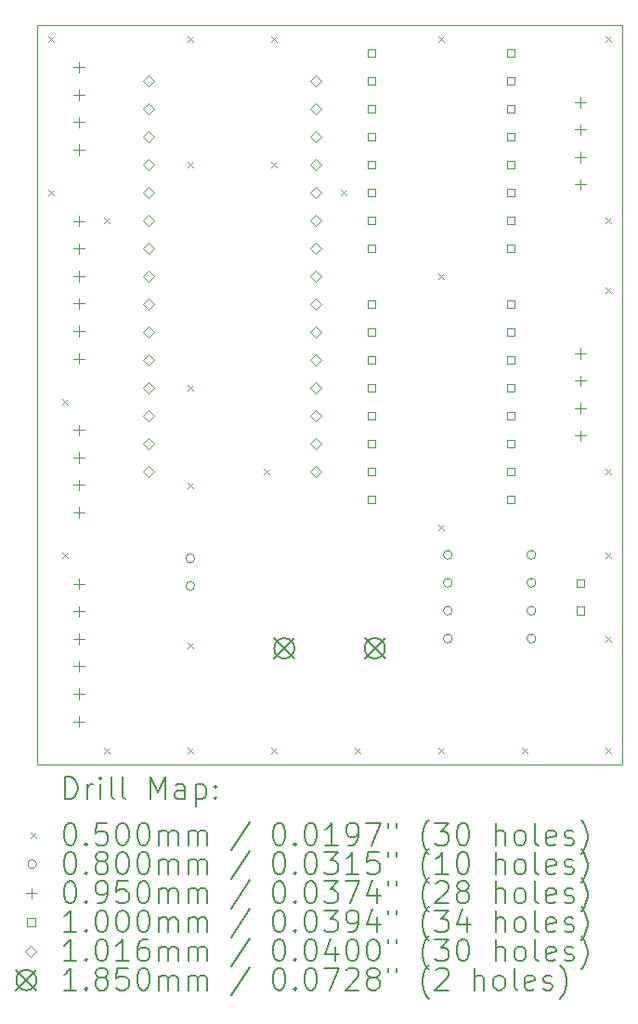
<source format=gbr>
%TF.GenerationSoftware,KiCad,Pcbnew,7.0.8*%
%TF.CreationDate,2024-03-11T02:56:06-07:00*%
%TF.ProjectId,oc_v1,6f635f76-312e-46b6-9963-61645f706362,1*%
%TF.SameCoordinates,Original*%
%TF.FileFunction,Drillmap*%
%TF.FilePolarity,Positive*%
%FSLAX45Y45*%
G04 Gerber Fmt 4.5, Leading zero omitted, Abs format (unit mm)*
G04 Created by KiCad (PCBNEW 7.0.8) date 2024-03-11 02:56:06*
%MOMM*%
%LPD*%
G01*
G04 APERTURE LIST*
%ADD10C,0.100000*%
%ADD11C,0.200000*%
%ADD12C,0.050000*%
%ADD13C,0.080000*%
%ADD14C,0.095000*%
%ADD15C,0.101600*%
%ADD16C,0.185000*%
G04 APERTURE END LIST*
D10*
X11303000Y-4699000D02*
X16637000Y-4699000D01*
X16637000Y-11430000D01*
X11303000Y-11430000D01*
X11303000Y-4699000D01*
D11*
D12*
X11405000Y-4801000D02*
X11455000Y-4851000D01*
X11455000Y-4801000D02*
X11405000Y-4851000D01*
X11405000Y-6198000D02*
X11455000Y-6248000D01*
X11455000Y-6198000D02*
X11405000Y-6248000D01*
X11532000Y-8103000D02*
X11582000Y-8153000D01*
X11582000Y-8103000D02*
X11532000Y-8153000D01*
X11532000Y-9500000D02*
X11582000Y-9550000D01*
X11582000Y-9500000D02*
X11532000Y-9550000D01*
X11913000Y-6452000D02*
X11963000Y-6502000D01*
X11963000Y-6452000D02*
X11913000Y-6502000D01*
X11913000Y-11278000D02*
X11963000Y-11328000D01*
X11963000Y-11278000D02*
X11913000Y-11328000D01*
X12675000Y-4801000D02*
X12725000Y-4851000D01*
X12725000Y-4801000D02*
X12675000Y-4851000D01*
X12675000Y-5944000D02*
X12725000Y-5994000D01*
X12725000Y-5944000D02*
X12675000Y-5994000D01*
X12675000Y-7976000D02*
X12725000Y-8026000D01*
X12725000Y-7976000D02*
X12675000Y-8026000D01*
X12675000Y-8865000D02*
X12725000Y-8915000D01*
X12725000Y-8865000D02*
X12675000Y-8915000D01*
X12675000Y-10325500D02*
X12725000Y-10375500D01*
X12725000Y-10325500D02*
X12675000Y-10375500D01*
X12675000Y-11278000D02*
X12725000Y-11328000D01*
X12725000Y-11278000D02*
X12675000Y-11328000D01*
X13373500Y-8738000D02*
X13423500Y-8788000D01*
X13423500Y-8738000D02*
X13373500Y-8788000D01*
X13437000Y-4801000D02*
X13487000Y-4851000D01*
X13487000Y-4801000D02*
X13437000Y-4851000D01*
X13437000Y-5944000D02*
X13487000Y-5994000D01*
X13487000Y-5944000D02*
X13437000Y-5994000D01*
X13437000Y-11278000D02*
X13487000Y-11328000D01*
X13487000Y-11278000D02*
X13437000Y-11328000D01*
X14072000Y-6198000D02*
X14122000Y-6248000D01*
X14122000Y-6198000D02*
X14072000Y-6248000D01*
X14199000Y-11278000D02*
X14249000Y-11328000D01*
X14249000Y-11278000D02*
X14199000Y-11328000D01*
X14961000Y-4801000D02*
X15011000Y-4851000D01*
X15011000Y-4801000D02*
X14961000Y-4851000D01*
X14961000Y-6960000D02*
X15011000Y-7010000D01*
X15011000Y-6960000D02*
X14961000Y-7010000D01*
X14961000Y-9246000D02*
X15011000Y-9296000D01*
X15011000Y-9246000D02*
X14961000Y-9296000D01*
X14961000Y-11278000D02*
X15011000Y-11328000D01*
X15011000Y-11278000D02*
X14961000Y-11328000D01*
X15723000Y-11278000D02*
X15773000Y-11328000D01*
X15773000Y-11278000D02*
X15723000Y-11328000D01*
X16485000Y-4801000D02*
X16535000Y-4851000D01*
X16535000Y-4801000D02*
X16485000Y-4851000D01*
X16485000Y-6452000D02*
X16535000Y-6502000D01*
X16535000Y-6452000D02*
X16485000Y-6502000D01*
X16485000Y-7087000D02*
X16535000Y-7137000D01*
X16535000Y-7087000D02*
X16485000Y-7137000D01*
X16485000Y-8738000D02*
X16535000Y-8788000D01*
X16535000Y-8738000D02*
X16485000Y-8788000D01*
X16485000Y-9500000D02*
X16535000Y-9550000D01*
X16535000Y-9500000D02*
X16485000Y-9550000D01*
X16485000Y-10262000D02*
X16535000Y-10312000D01*
X16535000Y-10262000D02*
X16485000Y-10312000D01*
X16485000Y-11278000D02*
X16535000Y-11328000D01*
X16535000Y-11278000D02*
X16485000Y-11328000D01*
D13*
X12740000Y-9556489D02*
G75*
G03*
X12740000Y-9556489I-40000J0D01*
G01*
X12740000Y-9806489D02*
G75*
G03*
X12740000Y-9806489I-40000J0D01*
G01*
X15088500Y-9524000D02*
G75*
G03*
X15088500Y-9524000I-40000J0D01*
G01*
X15088500Y-9778000D02*
G75*
G03*
X15088500Y-9778000I-40000J0D01*
G01*
X15088500Y-10032000D02*
G75*
G03*
X15088500Y-10032000I-40000J0D01*
G01*
X15088500Y-10286000D02*
G75*
G03*
X15088500Y-10286000I-40000J0D01*
G01*
X15850500Y-9524000D02*
G75*
G03*
X15850500Y-9524000I-40000J0D01*
G01*
X15850500Y-9778000D02*
G75*
G03*
X15850500Y-9778000I-40000J0D01*
G01*
X15850500Y-10032000D02*
G75*
G03*
X15850500Y-10032000I-40000J0D01*
G01*
X15850500Y-10286000D02*
G75*
G03*
X15850500Y-10286000I-40000J0D01*
G01*
D14*
X11684000Y-5038500D02*
X11684000Y-5133500D01*
X11636500Y-5086000D02*
X11731500Y-5086000D01*
X11684000Y-5288500D02*
X11684000Y-5383500D01*
X11636500Y-5336000D02*
X11731500Y-5336000D01*
X11684000Y-5538500D02*
X11684000Y-5633500D01*
X11636500Y-5586000D02*
X11731500Y-5586000D01*
X11684000Y-5788500D02*
X11684000Y-5883500D01*
X11636500Y-5836000D02*
X11731500Y-5836000D01*
X11684000Y-6439500D02*
X11684000Y-6534500D01*
X11636500Y-6487000D02*
X11731500Y-6487000D01*
X11684000Y-6689500D02*
X11684000Y-6784500D01*
X11636500Y-6737000D02*
X11731500Y-6737000D01*
X11684000Y-6939500D02*
X11684000Y-7034500D01*
X11636500Y-6987000D02*
X11731500Y-6987000D01*
X11684000Y-7189500D02*
X11684000Y-7284500D01*
X11636500Y-7237000D02*
X11731500Y-7237000D01*
X11684000Y-7439500D02*
X11684000Y-7534500D01*
X11636500Y-7487000D02*
X11731500Y-7487000D01*
X11684000Y-7689500D02*
X11684000Y-7784500D01*
X11636500Y-7737000D02*
X11731500Y-7737000D01*
X11684000Y-8340500D02*
X11684000Y-8435500D01*
X11636500Y-8388000D02*
X11731500Y-8388000D01*
X11684000Y-8590500D02*
X11684000Y-8685500D01*
X11636500Y-8638000D02*
X11731500Y-8638000D01*
X11684000Y-8840500D02*
X11684000Y-8935500D01*
X11636500Y-8888000D02*
X11731500Y-8888000D01*
X11684000Y-9090500D02*
X11684000Y-9185500D01*
X11636500Y-9138000D02*
X11731500Y-9138000D01*
X11684000Y-9741500D02*
X11684000Y-9836500D01*
X11636500Y-9789000D02*
X11731500Y-9789000D01*
X11684000Y-9991500D02*
X11684000Y-10086500D01*
X11636500Y-10039000D02*
X11731500Y-10039000D01*
X11684000Y-10241500D02*
X11684000Y-10336500D01*
X11636500Y-10289000D02*
X11731500Y-10289000D01*
X11684000Y-10491500D02*
X11684000Y-10586500D01*
X11636500Y-10539000D02*
X11731500Y-10539000D01*
X11684000Y-10741500D02*
X11684000Y-10836500D01*
X11636500Y-10789000D02*
X11731500Y-10789000D01*
X11684000Y-10991500D02*
X11684000Y-11086500D01*
X11636500Y-11039000D02*
X11731500Y-11039000D01*
X16256000Y-5356000D02*
X16256000Y-5451000D01*
X16208500Y-5403500D02*
X16303500Y-5403500D01*
X16256000Y-5606000D02*
X16256000Y-5701000D01*
X16208500Y-5653500D02*
X16303500Y-5653500D01*
X16256000Y-5856000D02*
X16256000Y-5951000D01*
X16208500Y-5903500D02*
X16303500Y-5903500D01*
X16256000Y-6106000D02*
X16256000Y-6201000D01*
X16208500Y-6153500D02*
X16303500Y-6153500D01*
X16256000Y-7642000D02*
X16256000Y-7737000D01*
X16208500Y-7689500D02*
X16303500Y-7689500D01*
X16256000Y-7892000D02*
X16256000Y-7987000D01*
X16208500Y-7939500D02*
X16303500Y-7939500D01*
X16256000Y-8142000D02*
X16256000Y-8237000D01*
X16208500Y-8189500D02*
X16303500Y-8189500D01*
X16256000Y-8392000D02*
X16256000Y-8487000D01*
X16208500Y-8439500D02*
X16303500Y-8439500D01*
D10*
X14386356Y-4988356D02*
X14386356Y-4917644D01*
X14315644Y-4917644D01*
X14315644Y-4988356D01*
X14386356Y-4988356D01*
X14386356Y-5242356D02*
X14386356Y-5171644D01*
X14315644Y-5171644D01*
X14315644Y-5242356D01*
X14386356Y-5242356D01*
X14386356Y-5496356D02*
X14386356Y-5425644D01*
X14315644Y-5425644D01*
X14315644Y-5496356D01*
X14386356Y-5496356D01*
X14386356Y-5750356D02*
X14386356Y-5679644D01*
X14315644Y-5679644D01*
X14315644Y-5750356D01*
X14386356Y-5750356D01*
X14386356Y-6004356D02*
X14386356Y-5933644D01*
X14315644Y-5933644D01*
X14315644Y-6004356D01*
X14386356Y-6004356D01*
X14386356Y-6258356D02*
X14386356Y-6187644D01*
X14315644Y-6187644D01*
X14315644Y-6258356D01*
X14386356Y-6258356D01*
X14386356Y-6512356D02*
X14386356Y-6441644D01*
X14315644Y-6441644D01*
X14315644Y-6512356D01*
X14386356Y-6512356D01*
X14386356Y-6766356D02*
X14386356Y-6695644D01*
X14315644Y-6695644D01*
X14315644Y-6766356D01*
X14386356Y-6766356D01*
X14386356Y-7274356D02*
X14386356Y-7203644D01*
X14315644Y-7203644D01*
X14315644Y-7274356D01*
X14386356Y-7274356D01*
X14386356Y-7528356D02*
X14386356Y-7457644D01*
X14315644Y-7457644D01*
X14315644Y-7528356D01*
X14386356Y-7528356D01*
X14386356Y-7782356D02*
X14386356Y-7711644D01*
X14315644Y-7711644D01*
X14315644Y-7782356D01*
X14386356Y-7782356D01*
X14386356Y-8036356D02*
X14386356Y-7965644D01*
X14315644Y-7965644D01*
X14315644Y-8036356D01*
X14386356Y-8036356D01*
X14386356Y-8290356D02*
X14386356Y-8219644D01*
X14315644Y-8219644D01*
X14315644Y-8290356D01*
X14386356Y-8290356D01*
X14386356Y-8544356D02*
X14386356Y-8473644D01*
X14315644Y-8473644D01*
X14315644Y-8544356D01*
X14386356Y-8544356D01*
X14386356Y-8798356D02*
X14386356Y-8727644D01*
X14315644Y-8727644D01*
X14315644Y-8798356D01*
X14386356Y-8798356D01*
X14386356Y-9052356D02*
X14386356Y-8981644D01*
X14315644Y-8981644D01*
X14315644Y-9052356D01*
X14386356Y-9052356D01*
X15656356Y-4988356D02*
X15656356Y-4917644D01*
X15585644Y-4917644D01*
X15585644Y-4988356D01*
X15656356Y-4988356D01*
X15656356Y-5242356D02*
X15656356Y-5171644D01*
X15585644Y-5171644D01*
X15585644Y-5242356D01*
X15656356Y-5242356D01*
X15656356Y-5496356D02*
X15656356Y-5425644D01*
X15585644Y-5425644D01*
X15585644Y-5496356D01*
X15656356Y-5496356D01*
X15656356Y-5750356D02*
X15656356Y-5679644D01*
X15585644Y-5679644D01*
X15585644Y-5750356D01*
X15656356Y-5750356D01*
X15656356Y-6004356D02*
X15656356Y-5933644D01*
X15585644Y-5933644D01*
X15585644Y-6004356D01*
X15656356Y-6004356D01*
X15656356Y-6258356D02*
X15656356Y-6187644D01*
X15585644Y-6187644D01*
X15585644Y-6258356D01*
X15656356Y-6258356D01*
X15656356Y-6512356D02*
X15656356Y-6441644D01*
X15585644Y-6441644D01*
X15585644Y-6512356D01*
X15656356Y-6512356D01*
X15656356Y-6766356D02*
X15656356Y-6695644D01*
X15585644Y-6695644D01*
X15585644Y-6766356D01*
X15656356Y-6766356D01*
X15656356Y-7274356D02*
X15656356Y-7203644D01*
X15585644Y-7203644D01*
X15585644Y-7274356D01*
X15656356Y-7274356D01*
X15656356Y-7528356D02*
X15656356Y-7457644D01*
X15585644Y-7457644D01*
X15585644Y-7528356D01*
X15656356Y-7528356D01*
X15656356Y-7782356D02*
X15656356Y-7711644D01*
X15585644Y-7711644D01*
X15585644Y-7782356D01*
X15656356Y-7782356D01*
X15656356Y-8036356D02*
X15656356Y-7965644D01*
X15585644Y-7965644D01*
X15585644Y-8036356D01*
X15656356Y-8036356D01*
X15656356Y-8290356D02*
X15656356Y-8219644D01*
X15585644Y-8219644D01*
X15585644Y-8290356D01*
X15656356Y-8290356D01*
X15656356Y-8544356D02*
X15656356Y-8473644D01*
X15585644Y-8473644D01*
X15585644Y-8544356D01*
X15656356Y-8544356D01*
X15656356Y-8798356D02*
X15656356Y-8727644D01*
X15585644Y-8727644D01*
X15585644Y-8798356D01*
X15656356Y-8798356D01*
X15656356Y-9052356D02*
X15656356Y-8981644D01*
X15585644Y-8981644D01*
X15585644Y-9052356D01*
X15656356Y-9052356D01*
X16291356Y-9816356D02*
X16291356Y-9745644D01*
X16220644Y-9745644D01*
X16220644Y-9816356D01*
X16291356Y-9816356D01*
X16291356Y-10066356D02*
X16291356Y-9995644D01*
X16220644Y-9995644D01*
X16220644Y-10066356D01*
X16291356Y-10066356D01*
D15*
X12319000Y-5257800D02*
X12369800Y-5207000D01*
X12319000Y-5156200D01*
X12268200Y-5207000D01*
X12319000Y-5257800D01*
X12319000Y-5511800D02*
X12369800Y-5461000D01*
X12319000Y-5410200D01*
X12268200Y-5461000D01*
X12319000Y-5511800D01*
X12319000Y-5765800D02*
X12369800Y-5715000D01*
X12319000Y-5664200D01*
X12268200Y-5715000D01*
X12319000Y-5765800D01*
X12319000Y-6019800D02*
X12369800Y-5969000D01*
X12319000Y-5918200D01*
X12268200Y-5969000D01*
X12319000Y-6019800D01*
X12319000Y-6273800D02*
X12369800Y-6223000D01*
X12319000Y-6172200D01*
X12268200Y-6223000D01*
X12319000Y-6273800D01*
X12319000Y-6527800D02*
X12369800Y-6477000D01*
X12319000Y-6426200D01*
X12268200Y-6477000D01*
X12319000Y-6527800D01*
X12319000Y-6781800D02*
X12369800Y-6731000D01*
X12319000Y-6680200D01*
X12268200Y-6731000D01*
X12319000Y-6781800D01*
X12319000Y-7035800D02*
X12369800Y-6985000D01*
X12319000Y-6934200D01*
X12268200Y-6985000D01*
X12319000Y-7035800D01*
X12319000Y-7289800D02*
X12369800Y-7239000D01*
X12319000Y-7188200D01*
X12268200Y-7239000D01*
X12319000Y-7289800D01*
X12319000Y-7543800D02*
X12369800Y-7493000D01*
X12319000Y-7442200D01*
X12268200Y-7493000D01*
X12319000Y-7543800D01*
X12319000Y-7797800D02*
X12369800Y-7747000D01*
X12319000Y-7696200D01*
X12268200Y-7747000D01*
X12319000Y-7797800D01*
X12319000Y-8051800D02*
X12369800Y-8001000D01*
X12319000Y-7950200D01*
X12268200Y-8001000D01*
X12319000Y-8051800D01*
X12319000Y-8305800D02*
X12369800Y-8255000D01*
X12319000Y-8204200D01*
X12268200Y-8255000D01*
X12319000Y-8305800D01*
X12319000Y-8559800D02*
X12369800Y-8509000D01*
X12319000Y-8458200D01*
X12268200Y-8509000D01*
X12319000Y-8559800D01*
X12319000Y-8813800D02*
X12369800Y-8763000D01*
X12319000Y-8712200D01*
X12268200Y-8763000D01*
X12319000Y-8813800D01*
X13843000Y-5257800D02*
X13893800Y-5207000D01*
X13843000Y-5156200D01*
X13792200Y-5207000D01*
X13843000Y-5257800D01*
X13843000Y-5511800D02*
X13893800Y-5461000D01*
X13843000Y-5410200D01*
X13792200Y-5461000D01*
X13843000Y-5511800D01*
X13843000Y-5765800D02*
X13893800Y-5715000D01*
X13843000Y-5664200D01*
X13792200Y-5715000D01*
X13843000Y-5765800D01*
X13843000Y-6019800D02*
X13893800Y-5969000D01*
X13843000Y-5918200D01*
X13792200Y-5969000D01*
X13843000Y-6019800D01*
X13843000Y-6273800D02*
X13893800Y-6223000D01*
X13843000Y-6172200D01*
X13792200Y-6223000D01*
X13843000Y-6273800D01*
X13843000Y-6527800D02*
X13893800Y-6477000D01*
X13843000Y-6426200D01*
X13792200Y-6477000D01*
X13843000Y-6527800D01*
X13843000Y-6781800D02*
X13893800Y-6731000D01*
X13843000Y-6680200D01*
X13792200Y-6731000D01*
X13843000Y-6781800D01*
X13843000Y-7035800D02*
X13893800Y-6985000D01*
X13843000Y-6934200D01*
X13792200Y-6985000D01*
X13843000Y-7035800D01*
X13843000Y-7289800D02*
X13893800Y-7239000D01*
X13843000Y-7188200D01*
X13792200Y-7239000D01*
X13843000Y-7289800D01*
X13843000Y-7543800D02*
X13893800Y-7493000D01*
X13843000Y-7442200D01*
X13792200Y-7493000D01*
X13843000Y-7543800D01*
X13843000Y-7797800D02*
X13893800Y-7747000D01*
X13843000Y-7696200D01*
X13792200Y-7747000D01*
X13843000Y-7797800D01*
X13843000Y-8051800D02*
X13893800Y-8001000D01*
X13843000Y-7950200D01*
X13792200Y-8001000D01*
X13843000Y-8051800D01*
X13843000Y-8305800D02*
X13893800Y-8255000D01*
X13843000Y-8204200D01*
X13792200Y-8255000D01*
X13843000Y-8305800D01*
X13843000Y-8559800D02*
X13893800Y-8509000D01*
X13843000Y-8458200D01*
X13792200Y-8509000D01*
X13843000Y-8559800D01*
X13843000Y-8813800D02*
X13893800Y-8763000D01*
X13843000Y-8712200D01*
X13792200Y-8763000D01*
X13843000Y-8813800D01*
D16*
X13465000Y-10282000D02*
X13650000Y-10467000D01*
X13650000Y-10282000D02*
X13465000Y-10467000D01*
X13650000Y-10374500D02*
G75*
G03*
X13650000Y-10374500I-92500J0D01*
G01*
X14290000Y-10282000D02*
X14475000Y-10467000D01*
X14475000Y-10282000D02*
X14290000Y-10467000D01*
X14475000Y-10374500D02*
G75*
G03*
X14475000Y-10374500I-92500J0D01*
G01*
D11*
X11558777Y-11746484D02*
X11558777Y-11546484D01*
X11558777Y-11546484D02*
X11606396Y-11546484D01*
X11606396Y-11546484D02*
X11634967Y-11556008D01*
X11634967Y-11556008D02*
X11654015Y-11575055D01*
X11654015Y-11575055D02*
X11663539Y-11594103D01*
X11663539Y-11594103D02*
X11673062Y-11632198D01*
X11673062Y-11632198D02*
X11673062Y-11660769D01*
X11673062Y-11660769D02*
X11663539Y-11698865D01*
X11663539Y-11698865D02*
X11654015Y-11717912D01*
X11654015Y-11717912D02*
X11634967Y-11736960D01*
X11634967Y-11736960D02*
X11606396Y-11746484D01*
X11606396Y-11746484D02*
X11558777Y-11746484D01*
X11758777Y-11746484D02*
X11758777Y-11613150D01*
X11758777Y-11651246D02*
X11768301Y-11632198D01*
X11768301Y-11632198D02*
X11777824Y-11622674D01*
X11777824Y-11622674D02*
X11796872Y-11613150D01*
X11796872Y-11613150D02*
X11815920Y-11613150D01*
X11882586Y-11746484D02*
X11882586Y-11613150D01*
X11882586Y-11546484D02*
X11873062Y-11556008D01*
X11873062Y-11556008D02*
X11882586Y-11565531D01*
X11882586Y-11565531D02*
X11892110Y-11556008D01*
X11892110Y-11556008D02*
X11882586Y-11546484D01*
X11882586Y-11546484D02*
X11882586Y-11565531D01*
X12006396Y-11746484D02*
X11987348Y-11736960D01*
X11987348Y-11736960D02*
X11977824Y-11717912D01*
X11977824Y-11717912D02*
X11977824Y-11546484D01*
X12111158Y-11746484D02*
X12092110Y-11736960D01*
X12092110Y-11736960D02*
X12082586Y-11717912D01*
X12082586Y-11717912D02*
X12082586Y-11546484D01*
X12339729Y-11746484D02*
X12339729Y-11546484D01*
X12339729Y-11546484D02*
X12406396Y-11689341D01*
X12406396Y-11689341D02*
X12473062Y-11546484D01*
X12473062Y-11546484D02*
X12473062Y-11746484D01*
X12654015Y-11746484D02*
X12654015Y-11641722D01*
X12654015Y-11641722D02*
X12644491Y-11622674D01*
X12644491Y-11622674D02*
X12625443Y-11613150D01*
X12625443Y-11613150D02*
X12587348Y-11613150D01*
X12587348Y-11613150D02*
X12568301Y-11622674D01*
X12654015Y-11736960D02*
X12634967Y-11746484D01*
X12634967Y-11746484D02*
X12587348Y-11746484D01*
X12587348Y-11746484D02*
X12568301Y-11736960D01*
X12568301Y-11736960D02*
X12558777Y-11717912D01*
X12558777Y-11717912D02*
X12558777Y-11698865D01*
X12558777Y-11698865D02*
X12568301Y-11679817D01*
X12568301Y-11679817D02*
X12587348Y-11670293D01*
X12587348Y-11670293D02*
X12634967Y-11670293D01*
X12634967Y-11670293D02*
X12654015Y-11660769D01*
X12749253Y-11613150D02*
X12749253Y-11813150D01*
X12749253Y-11622674D02*
X12768301Y-11613150D01*
X12768301Y-11613150D02*
X12806396Y-11613150D01*
X12806396Y-11613150D02*
X12825443Y-11622674D01*
X12825443Y-11622674D02*
X12834967Y-11632198D01*
X12834967Y-11632198D02*
X12844491Y-11651246D01*
X12844491Y-11651246D02*
X12844491Y-11708388D01*
X12844491Y-11708388D02*
X12834967Y-11727436D01*
X12834967Y-11727436D02*
X12825443Y-11736960D01*
X12825443Y-11736960D02*
X12806396Y-11746484D01*
X12806396Y-11746484D02*
X12768301Y-11746484D01*
X12768301Y-11746484D02*
X12749253Y-11736960D01*
X12930205Y-11727436D02*
X12939729Y-11736960D01*
X12939729Y-11736960D02*
X12930205Y-11746484D01*
X12930205Y-11746484D02*
X12920682Y-11736960D01*
X12920682Y-11736960D02*
X12930205Y-11727436D01*
X12930205Y-11727436D02*
X12930205Y-11746484D01*
X12930205Y-11622674D02*
X12939729Y-11632198D01*
X12939729Y-11632198D02*
X12930205Y-11641722D01*
X12930205Y-11641722D02*
X12920682Y-11632198D01*
X12920682Y-11632198D02*
X12930205Y-11622674D01*
X12930205Y-11622674D02*
X12930205Y-11641722D01*
D12*
X11248000Y-12050000D02*
X11298000Y-12100000D01*
X11298000Y-12050000D02*
X11248000Y-12100000D01*
D11*
X11596872Y-11966484D02*
X11615920Y-11966484D01*
X11615920Y-11966484D02*
X11634967Y-11976008D01*
X11634967Y-11976008D02*
X11644491Y-11985531D01*
X11644491Y-11985531D02*
X11654015Y-12004579D01*
X11654015Y-12004579D02*
X11663539Y-12042674D01*
X11663539Y-12042674D02*
X11663539Y-12090293D01*
X11663539Y-12090293D02*
X11654015Y-12128388D01*
X11654015Y-12128388D02*
X11644491Y-12147436D01*
X11644491Y-12147436D02*
X11634967Y-12156960D01*
X11634967Y-12156960D02*
X11615920Y-12166484D01*
X11615920Y-12166484D02*
X11596872Y-12166484D01*
X11596872Y-12166484D02*
X11577824Y-12156960D01*
X11577824Y-12156960D02*
X11568301Y-12147436D01*
X11568301Y-12147436D02*
X11558777Y-12128388D01*
X11558777Y-12128388D02*
X11549253Y-12090293D01*
X11549253Y-12090293D02*
X11549253Y-12042674D01*
X11549253Y-12042674D02*
X11558777Y-12004579D01*
X11558777Y-12004579D02*
X11568301Y-11985531D01*
X11568301Y-11985531D02*
X11577824Y-11976008D01*
X11577824Y-11976008D02*
X11596872Y-11966484D01*
X11749253Y-12147436D02*
X11758777Y-12156960D01*
X11758777Y-12156960D02*
X11749253Y-12166484D01*
X11749253Y-12166484D02*
X11739729Y-12156960D01*
X11739729Y-12156960D02*
X11749253Y-12147436D01*
X11749253Y-12147436D02*
X11749253Y-12166484D01*
X11939729Y-11966484D02*
X11844491Y-11966484D01*
X11844491Y-11966484D02*
X11834967Y-12061722D01*
X11834967Y-12061722D02*
X11844491Y-12052198D01*
X11844491Y-12052198D02*
X11863539Y-12042674D01*
X11863539Y-12042674D02*
X11911158Y-12042674D01*
X11911158Y-12042674D02*
X11930205Y-12052198D01*
X11930205Y-12052198D02*
X11939729Y-12061722D01*
X11939729Y-12061722D02*
X11949253Y-12080769D01*
X11949253Y-12080769D02*
X11949253Y-12128388D01*
X11949253Y-12128388D02*
X11939729Y-12147436D01*
X11939729Y-12147436D02*
X11930205Y-12156960D01*
X11930205Y-12156960D02*
X11911158Y-12166484D01*
X11911158Y-12166484D02*
X11863539Y-12166484D01*
X11863539Y-12166484D02*
X11844491Y-12156960D01*
X11844491Y-12156960D02*
X11834967Y-12147436D01*
X12073062Y-11966484D02*
X12092110Y-11966484D01*
X12092110Y-11966484D02*
X12111158Y-11976008D01*
X12111158Y-11976008D02*
X12120682Y-11985531D01*
X12120682Y-11985531D02*
X12130205Y-12004579D01*
X12130205Y-12004579D02*
X12139729Y-12042674D01*
X12139729Y-12042674D02*
X12139729Y-12090293D01*
X12139729Y-12090293D02*
X12130205Y-12128388D01*
X12130205Y-12128388D02*
X12120682Y-12147436D01*
X12120682Y-12147436D02*
X12111158Y-12156960D01*
X12111158Y-12156960D02*
X12092110Y-12166484D01*
X12092110Y-12166484D02*
X12073062Y-12166484D01*
X12073062Y-12166484D02*
X12054015Y-12156960D01*
X12054015Y-12156960D02*
X12044491Y-12147436D01*
X12044491Y-12147436D02*
X12034967Y-12128388D01*
X12034967Y-12128388D02*
X12025443Y-12090293D01*
X12025443Y-12090293D02*
X12025443Y-12042674D01*
X12025443Y-12042674D02*
X12034967Y-12004579D01*
X12034967Y-12004579D02*
X12044491Y-11985531D01*
X12044491Y-11985531D02*
X12054015Y-11976008D01*
X12054015Y-11976008D02*
X12073062Y-11966484D01*
X12263539Y-11966484D02*
X12282586Y-11966484D01*
X12282586Y-11966484D02*
X12301634Y-11976008D01*
X12301634Y-11976008D02*
X12311158Y-11985531D01*
X12311158Y-11985531D02*
X12320682Y-12004579D01*
X12320682Y-12004579D02*
X12330205Y-12042674D01*
X12330205Y-12042674D02*
X12330205Y-12090293D01*
X12330205Y-12090293D02*
X12320682Y-12128388D01*
X12320682Y-12128388D02*
X12311158Y-12147436D01*
X12311158Y-12147436D02*
X12301634Y-12156960D01*
X12301634Y-12156960D02*
X12282586Y-12166484D01*
X12282586Y-12166484D02*
X12263539Y-12166484D01*
X12263539Y-12166484D02*
X12244491Y-12156960D01*
X12244491Y-12156960D02*
X12234967Y-12147436D01*
X12234967Y-12147436D02*
X12225443Y-12128388D01*
X12225443Y-12128388D02*
X12215920Y-12090293D01*
X12215920Y-12090293D02*
X12215920Y-12042674D01*
X12215920Y-12042674D02*
X12225443Y-12004579D01*
X12225443Y-12004579D02*
X12234967Y-11985531D01*
X12234967Y-11985531D02*
X12244491Y-11976008D01*
X12244491Y-11976008D02*
X12263539Y-11966484D01*
X12415920Y-12166484D02*
X12415920Y-12033150D01*
X12415920Y-12052198D02*
X12425443Y-12042674D01*
X12425443Y-12042674D02*
X12444491Y-12033150D01*
X12444491Y-12033150D02*
X12473063Y-12033150D01*
X12473063Y-12033150D02*
X12492110Y-12042674D01*
X12492110Y-12042674D02*
X12501634Y-12061722D01*
X12501634Y-12061722D02*
X12501634Y-12166484D01*
X12501634Y-12061722D02*
X12511158Y-12042674D01*
X12511158Y-12042674D02*
X12530205Y-12033150D01*
X12530205Y-12033150D02*
X12558777Y-12033150D01*
X12558777Y-12033150D02*
X12577824Y-12042674D01*
X12577824Y-12042674D02*
X12587348Y-12061722D01*
X12587348Y-12061722D02*
X12587348Y-12166484D01*
X12682586Y-12166484D02*
X12682586Y-12033150D01*
X12682586Y-12052198D02*
X12692110Y-12042674D01*
X12692110Y-12042674D02*
X12711158Y-12033150D01*
X12711158Y-12033150D02*
X12739729Y-12033150D01*
X12739729Y-12033150D02*
X12758777Y-12042674D01*
X12758777Y-12042674D02*
X12768301Y-12061722D01*
X12768301Y-12061722D02*
X12768301Y-12166484D01*
X12768301Y-12061722D02*
X12777824Y-12042674D01*
X12777824Y-12042674D02*
X12796872Y-12033150D01*
X12796872Y-12033150D02*
X12825443Y-12033150D01*
X12825443Y-12033150D02*
X12844491Y-12042674D01*
X12844491Y-12042674D02*
X12854015Y-12061722D01*
X12854015Y-12061722D02*
X12854015Y-12166484D01*
X13244491Y-11956960D02*
X13073063Y-12214103D01*
X13501634Y-11966484D02*
X13520682Y-11966484D01*
X13520682Y-11966484D02*
X13539729Y-11976008D01*
X13539729Y-11976008D02*
X13549253Y-11985531D01*
X13549253Y-11985531D02*
X13558777Y-12004579D01*
X13558777Y-12004579D02*
X13568301Y-12042674D01*
X13568301Y-12042674D02*
X13568301Y-12090293D01*
X13568301Y-12090293D02*
X13558777Y-12128388D01*
X13558777Y-12128388D02*
X13549253Y-12147436D01*
X13549253Y-12147436D02*
X13539729Y-12156960D01*
X13539729Y-12156960D02*
X13520682Y-12166484D01*
X13520682Y-12166484D02*
X13501634Y-12166484D01*
X13501634Y-12166484D02*
X13482586Y-12156960D01*
X13482586Y-12156960D02*
X13473063Y-12147436D01*
X13473063Y-12147436D02*
X13463539Y-12128388D01*
X13463539Y-12128388D02*
X13454015Y-12090293D01*
X13454015Y-12090293D02*
X13454015Y-12042674D01*
X13454015Y-12042674D02*
X13463539Y-12004579D01*
X13463539Y-12004579D02*
X13473063Y-11985531D01*
X13473063Y-11985531D02*
X13482586Y-11976008D01*
X13482586Y-11976008D02*
X13501634Y-11966484D01*
X13654015Y-12147436D02*
X13663539Y-12156960D01*
X13663539Y-12156960D02*
X13654015Y-12166484D01*
X13654015Y-12166484D02*
X13644491Y-12156960D01*
X13644491Y-12156960D02*
X13654015Y-12147436D01*
X13654015Y-12147436D02*
X13654015Y-12166484D01*
X13787348Y-11966484D02*
X13806396Y-11966484D01*
X13806396Y-11966484D02*
X13825444Y-11976008D01*
X13825444Y-11976008D02*
X13834967Y-11985531D01*
X13834967Y-11985531D02*
X13844491Y-12004579D01*
X13844491Y-12004579D02*
X13854015Y-12042674D01*
X13854015Y-12042674D02*
X13854015Y-12090293D01*
X13854015Y-12090293D02*
X13844491Y-12128388D01*
X13844491Y-12128388D02*
X13834967Y-12147436D01*
X13834967Y-12147436D02*
X13825444Y-12156960D01*
X13825444Y-12156960D02*
X13806396Y-12166484D01*
X13806396Y-12166484D02*
X13787348Y-12166484D01*
X13787348Y-12166484D02*
X13768301Y-12156960D01*
X13768301Y-12156960D02*
X13758777Y-12147436D01*
X13758777Y-12147436D02*
X13749253Y-12128388D01*
X13749253Y-12128388D02*
X13739729Y-12090293D01*
X13739729Y-12090293D02*
X13739729Y-12042674D01*
X13739729Y-12042674D02*
X13749253Y-12004579D01*
X13749253Y-12004579D02*
X13758777Y-11985531D01*
X13758777Y-11985531D02*
X13768301Y-11976008D01*
X13768301Y-11976008D02*
X13787348Y-11966484D01*
X14044491Y-12166484D02*
X13930206Y-12166484D01*
X13987348Y-12166484D02*
X13987348Y-11966484D01*
X13987348Y-11966484D02*
X13968301Y-11995055D01*
X13968301Y-11995055D02*
X13949253Y-12014103D01*
X13949253Y-12014103D02*
X13930206Y-12023627D01*
X14139729Y-12166484D02*
X14177825Y-12166484D01*
X14177825Y-12166484D02*
X14196872Y-12156960D01*
X14196872Y-12156960D02*
X14206396Y-12147436D01*
X14206396Y-12147436D02*
X14225444Y-12118865D01*
X14225444Y-12118865D02*
X14234967Y-12080769D01*
X14234967Y-12080769D02*
X14234967Y-12004579D01*
X14234967Y-12004579D02*
X14225444Y-11985531D01*
X14225444Y-11985531D02*
X14215920Y-11976008D01*
X14215920Y-11976008D02*
X14196872Y-11966484D01*
X14196872Y-11966484D02*
X14158777Y-11966484D01*
X14158777Y-11966484D02*
X14139729Y-11976008D01*
X14139729Y-11976008D02*
X14130206Y-11985531D01*
X14130206Y-11985531D02*
X14120682Y-12004579D01*
X14120682Y-12004579D02*
X14120682Y-12052198D01*
X14120682Y-12052198D02*
X14130206Y-12071246D01*
X14130206Y-12071246D02*
X14139729Y-12080769D01*
X14139729Y-12080769D02*
X14158777Y-12090293D01*
X14158777Y-12090293D02*
X14196872Y-12090293D01*
X14196872Y-12090293D02*
X14215920Y-12080769D01*
X14215920Y-12080769D02*
X14225444Y-12071246D01*
X14225444Y-12071246D02*
X14234967Y-12052198D01*
X14301634Y-11966484D02*
X14434967Y-11966484D01*
X14434967Y-11966484D02*
X14349253Y-12166484D01*
X14501634Y-11966484D02*
X14501634Y-12004579D01*
X14577825Y-11966484D02*
X14577825Y-12004579D01*
X14873063Y-12242674D02*
X14863539Y-12233150D01*
X14863539Y-12233150D02*
X14844491Y-12204579D01*
X14844491Y-12204579D02*
X14834968Y-12185531D01*
X14834968Y-12185531D02*
X14825444Y-12156960D01*
X14825444Y-12156960D02*
X14815920Y-12109341D01*
X14815920Y-12109341D02*
X14815920Y-12071246D01*
X14815920Y-12071246D02*
X14825444Y-12023627D01*
X14825444Y-12023627D02*
X14834968Y-11995055D01*
X14834968Y-11995055D02*
X14844491Y-11976008D01*
X14844491Y-11976008D02*
X14863539Y-11947436D01*
X14863539Y-11947436D02*
X14873063Y-11937912D01*
X14930206Y-11966484D02*
X15054015Y-11966484D01*
X15054015Y-11966484D02*
X14987348Y-12042674D01*
X14987348Y-12042674D02*
X15015920Y-12042674D01*
X15015920Y-12042674D02*
X15034968Y-12052198D01*
X15034968Y-12052198D02*
X15044491Y-12061722D01*
X15044491Y-12061722D02*
X15054015Y-12080769D01*
X15054015Y-12080769D02*
X15054015Y-12128388D01*
X15054015Y-12128388D02*
X15044491Y-12147436D01*
X15044491Y-12147436D02*
X15034968Y-12156960D01*
X15034968Y-12156960D02*
X15015920Y-12166484D01*
X15015920Y-12166484D02*
X14958777Y-12166484D01*
X14958777Y-12166484D02*
X14939729Y-12156960D01*
X14939729Y-12156960D02*
X14930206Y-12147436D01*
X15177825Y-11966484D02*
X15196872Y-11966484D01*
X15196872Y-11966484D02*
X15215920Y-11976008D01*
X15215920Y-11976008D02*
X15225444Y-11985531D01*
X15225444Y-11985531D02*
X15234968Y-12004579D01*
X15234968Y-12004579D02*
X15244491Y-12042674D01*
X15244491Y-12042674D02*
X15244491Y-12090293D01*
X15244491Y-12090293D02*
X15234968Y-12128388D01*
X15234968Y-12128388D02*
X15225444Y-12147436D01*
X15225444Y-12147436D02*
X15215920Y-12156960D01*
X15215920Y-12156960D02*
X15196872Y-12166484D01*
X15196872Y-12166484D02*
X15177825Y-12166484D01*
X15177825Y-12166484D02*
X15158777Y-12156960D01*
X15158777Y-12156960D02*
X15149253Y-12147436D01*
X15149253Y-12147436D02*
X15139729Y-12128388D01*
X15139729Y-12128388D02*
X15130206Y-12090293D01*
X15130206Y-12090293D02*
X15130206Y-12042674D01*
X15130206Y-12042674D02*
X15139729Y-12004579D01*
X15139729Y-12004579D02*
X15149253Y-11985531D01*
X15149253Y-11985531D02*
X15158777Y-11976008D01*
X15158777Y-11976008D02*
X15177825Y-11966484D01*
X15482587Y-12166484D02*
X15482587Y-11966484D01*
X15568301Y-12166484D02*
X15568301Y-12061722D01*
X15568301Y-12061722D02*
X15558777Y-12042674D01*
X15558777Y-12042674D02*
X15539730Y-12033150D01*
X15539730Y-12033150D02*
X15511158Y-12033150D01*
X15511158Y-12033150D02*
X15492110Y-12042674D01*
X15492110Y-12042674D02*
X15482587Y-12052198D01*
X15692110Y-12166484D02*
X15673063Y-12156960D01*
X15673063Y-12156960D02*
X15663539Y-12147436D01*
X15663539Y-12147436D02*
X15654015Y-12128388D01*
X15654015Y-12128388D02*
X15654015Y-12071246D01*
X15654015Y-12071246D02*
X15663539Y-12052198D01*
X15663539Y-12052198D02*
X15673063Y-12042674D01*
X15673063Y-12042674D02*
X15692110Y-12033150D01*
X15692110Y-12033150D02*
X15720682Y-12033150D01*
X15720682Y-12033150D02*
X15739730Y-12042674D01*
X15739730Y-12042674D02*
X15749253Y-12052198D01*
X15749253Y-12052198D02*
X15758777Y-12071246D01*
X15758777Y-12071246D02*
X15758777Y-12128388D01*
X15758777Y-12128388D02*
X15749253Y-12147436D01*
X15749253Y-12147436D02*
X15739730Y-12156960D01*
X15739730Y-12156960D02*
X15720682Y-12166484D01*
X15720682Y-12166484D02*
X15692110Y-12166484D01*
X15873063Y-12166484D02*
X15854015Y-12156960D01*
X15854015Y-12156960D02*
X15844491Y-12137912D01*
X15844491Y-12137912D02*
X15844491Y-11966484D01*
X16025444Y-12156960D02*
X16006396Y-12166484D01*
X16006396Y-12166484D02*
X15968301Y-12166484D01*
X15968301Y-12166484D02*
X15949253Y-12156960D01*
X15949253Y-12156960D02*
X15939730Y-12137912D01*
X15939730Y-12137912D02*
X15939730Y-12061722D01*
X15939730Y-12061722D02*
X15949253Y-12042674D01*
X15949253Y-12042674D02*
X15968301Y-12033150D01*
X15968301Y-12033150D02*
X16006396Y-12033150D01*
X16006396Y-12033150D02*
X16025444Y-12042674D01*
X16025444Y-12042674D02*
X16034968Y-12061722D01*
X16034968Y-12061722D02*
X16034968Y-12080769D01*
X16034968Y-12080769D02*
X15939730Y-12099817D01*
X16111158Y-12156960D02*
X16130206Y-12166484D01*
X16130206Y-12166484D02*
X16168301Y-12166484D01*
X16168301Y-12166484D02*
X16187349Y-12156960D01*
X16187349Y-12156960D02*
X16196872Y-12137912D01*
X16196872Y-12137912D02*
X16196872Y-12128388D01*
X16196872Y-12128388D02*
X16187349Y-12109341D01*
X16187349Y-12109341D02*
X16168301Y-12099817D01*
X16168301Y-12099817D02*
X16139730Y-12099817D01*
X16139730Y-12099817D02*
X16120682Y-12090293D01*
X16120682Y-12090293D02*
X16111158Y-12071246D01*
X16111158Y-12071246D02*
X16111158Y-12061722D01*
X16111158Y-12061722D02*
X16120682Y-12042674D01*
X16120682Y-12042674D02*
X16139730Y-12033150D01*
X16139730Y-12033150D02*
X16168301Y-12033150D01*
X16168301Y-12033150D02*
X16187349Y-12042674D01*
X16263539Y-12242674D02*
X16273063Y-12233150D01*
X16273063Y-12233150D02*
X16292111Y-12204579D01*
X16292111Y-12204579D02*
X16301634Y-12185531D01*
X16301634Y-12185531D02*
X16311158Y-12156960D01*
X16311158Y-12156960D02*
X16320682Y-12109341D01*
X16320682Y-12109341D02*
X16320682Y-12071246D01*
X16320682Y-12071246D02*
X16311158Y-12023627D01*
X16311158Y-12023627D02*
X16301634Y-11995055D01*
X16301634Y-11995055D02*
X16292111Y-11976008D01*
X16292111Y-11976008D02*
X16273063Y-11947436D01*
X16273063Y-11947436D02*
X16263539Y-11937912D01*
D13*
X11298000Y-12339000D02*
G75*
G03*
X11298000Y-12339000I-40000J0D01*
G01*
D11*
X11596872Y-12230484D02*
X11615920Y-12230484D01*
X11615920Y-12230484D02*
X11634967Y-12240008D01*
X11634967Y-12240008D02*
X11644491Y-12249531D01*
X11644491Y-12249531D02*
X11654015Y-12268579D01*
X11654015Y-12268579D02*
X11663539Y-12306674D01*
X11663539Y-12306674D02*
X11663539Y-12354293D01*
X11663539Y-12354293D02*
X11654015Y-12392388D01*
X11654015Y-12392388D02*
X11644491Y-12411436D01*
X11644491Y-12411436D02*
X11634967Y-12420960D01*
X11634967Y-12420960D02*
X11615920Y-12430484D01*
X11615920Y-12430484D02*
X11596872Y-12430484D01*
X11596872Y-12430484D02*
X11577824Y-12420960D01*
X11577824Y-12420960D02*
X11568301Y-12411436D01*
X11568301Y-12411436D02*
X11558777Y-12392388D01*
X11558777Y-12392388D02*
X11549253Y-12354293D01*
X11549253Y-12354293D02*
X11549253Y-12306674D01*
X11549253Y-12306674D02*
X11558777Y-12268579D01*
X11558777Y-12268579D02*
X11568301Y-12249531D01*
X11568301Y-12249531D02*
X11577824Y-12240008D01*
X11577824Y-12240008D02*
X11596872Y-12230484D01*
X11749253Y-12411436D02*
X11758777Y-12420960D01*
X11758777Y-12420960D02*
X11749253Y-12430484D01*
X11749253Y-12430484D02*
X11739729Y-12420960D01*
X11739729Y-12420960D02*
X11749253Y-12411436D01*
X11749253Y-12411436D02*
X11749253Y-12430484D01*
X11873062Y-12316198D02*
X11854015Y-12306674D01*
X11854015Y-12306674D02*
X11844491Y-12297150D01*
X11844491Y-12297150D02*
X11834967Y-12278103D01*
X11834967Y-12278103D02*
X11834967Y-12268579D01*
X11834967Y-12268579D02*
X11844491Y-12249531D01*
X11844491Y-12249531D02*
X11854015Y-12240008D01*
X11854015Y-12240008D02*
X11873062Y-12230484D01*
X11873062Y-12230484D02*
X11911158Y-12230484D01*
X11911158Y-12230484D02*
X11930205Y-12240008D01*
X11930205Y-12240008D02*
X11939729Y-12249531D01*
X11939729Y-12249531D02*
X11949253Y-12268579D01*
X11949253Y-12268579D02*
X11949253Y-12278103D01*
X11949253Y-12278103D02*
X11939729Y-12297150D01*
X11939729Y-12297150D02*
X11930205Y-12306674D01*
X11930205Y-12306674D02*
X11911158Y-12316198D01*
X11911158Y-12316198D02*
X11873062Y-12316198D01*
X11873062Y-12316198D02*
X11854015Y-12325722D01*
X11854015Y-12325722D02*
X11844491Y-12335246D01*
X11844491Y-12335246D02*
X11834967Y-12354293D01*
X11834967Y-12354293D02*
X11834967Y-12392388D01*
X11834967Y-12392388D02*
X11844491Y-12411436D01*
X11844491Y-12411436D02*
X11854015Y-12420960D01*
X11854015Y-12420960D02*
X11873062Y-12430484D01*
X11873062Y-12430484D02*
X11911158Y-12430484D01*
X11911158Y-12430484D02*
X11930205Y-12420960D01*
X11930205Y-12420960D02*
X11939729Y-12411436D01*
X11939729Y-12411436D02*
X11949253Y-12392388D01*
X11949253Y-12392388D02*
X11949253Y-12354293D01*
X11949253Y-12354293D02*
X11939729Y-12335246D01*
X11939729Y-12335246D02*
X11930205Y-12325722D01*
X11930205Y-12325722D02*
X11911158Y-12316198D01*
X12073062Y-12230484D02*
X12092110Y-12230484D01*
X12092110Y-12230484D02*
X12111158Y-12240008D01*
X12111158Y-12240008D02*
X12120682Y-12249531D01*
X12120682Y-12249531D02*
X12130205Y-12268579D01*
X12130205Y-12268579D02*
X12139729Y-12306674D01*
X12139729Y-12306674D02*
X12139729Y-12354293D01*
X12139729Y-12354293D02*
X12130205Y-12392388D01*
X12130205Y-12392388D02*
X12120682Y-12411436D01*
X12120682Y-12411436D02*
X12111158Y-12420960D01*
X12111158Y-12420960D02*
X12092110Y-12430484D01*
X12092110Y-12430484D02*
X12073062Y-12430484D01*
X12073062Y-12430484D02*
X12054015Y-12420960D01*
X12054015Y-12420960D02*
X12044491Y-12411436D01*
X12044491Y-12411436D02*
X12034967Y-12392388D01*
X12034967Y-12392388D02*
X12025443Y-12354293D01*
X12025443Y-12354293D02*
X12025443Y-12306674D01*
X12025443Y-12306674D02*
X12034967Y-12268579D01*
X12034967Y-12268579D02*
X12044491Y-12249531D01*
X12044491Y-12249531D02*
X12054015Y-12240008D01*
X12054015Y-12240008D02*
X12073062Y-12230484D01*
X12263539Y-12230484D02*
X12282586Y-12230484D01*
X12282586Y-12230484D02*
X12301634Y-12240008D01*
X12301634Y-12240008D02*
X12311158Y-12249531D01*
X12311158Y-12249531D02*
X12320682Y-12268579D01*
X12320682Y-12268579D02*
X12330205Y-12306674D01*
X12330205Y-12306674D02*
X12330205Y-12354293D01*
X12330205Y-12354293D02*
X12320682Y-12392388D01*
X12320682Y-12392388D02*
X12311158Y-12411436D01*
X12311158Y-12411436D02*
X12301634Y-12420960D01*
X12301634Y-12420960D02*
X12282586Y-12430484D01*
X12282586Y-12430484D02*
X12263539Y-12430484D01*
X12263539Y-12430484D02*
X12244491Y-12420960D01*
X12244491Y-12420960D02*
X12234967Y-12411436D01*
X12234967Y-12411436D02*
X12225443Y-12392388D01*
X12225443Y-12392388D02*
X12215920Y-12354293D01*
X12215920Y-12354293D02*
X12215920Y-12306674D01*
X12215920Y-12306674D02*
X12225443Y-12268579D01*
X12225443Y-12268579D02*
X12234967Y-12249531D01*
X12234967Y-12249531D02*
X12244491Y-12240008D01*
X12244491Y-12240008D02*
X12263539Y-12230484D01*
X12415920Y-12430484D02*
X12415920Y-12297150D01*
X12415920Y-12316198D02*
X12425443Y-12306674D01*
X12425443Y-12306674D02*
X12444491Y-12297150D01*
X12444491Y-12297150D02*
X12473063Y-12297150D01*
X12473063Y-12297150D02*
X12492110Y-12306674D01*
X12492110Y-12306674D02*
X12501634Y-12325722D01*
X12501634Y-12325722D02*
X12501634Y-12430484D01*
X12501634Y-12325722D02*
X12511158Y-12306674D01*
X12511158Y-12306674D02*
X12530205Y-12297150D01*
X12530205Y-12297150D02*
X12558777Y-12297150D01*
X12558777Y-12297150D02*
X12577824Y-12306674D01*
X12577824Y-12306674D02*
X12587348Y-12325722D01*
X12587348Y-12325722D02*
X12587348Y-12430484D01*
X12682586Y-12430484D02*
X12682586Y-12297150D01*
X12682586Y-12316198D02*
X12692110Y-12306674D01*
X12692110Y-12306674D02*
X12711158Y-12297150D01*
X12711158Y-12297150D02*
X12739729Y-12297150D01*
X12739729Y-12297150D02*
X12758777Y-12306674D01*
X12758777Y-12306674D02*
X12768301Y-12325722D01*
X12768301Y-12325722D02*
X12768301Y-12430484D01*
X12768301Y-12325722D02*
X12777824Y-12306674D01*
X12777824Y-12306674D02*
X12796872Y-12297150D01*
X12796872Y-12297150D02*
X12825443Y-12297150D01*
X12825443Y-12297150D02*
X12844491Y-12306674D01*
X12844491Y-12306674D02*
X12854015Y-12325722D01*
X12854015Y-12325722D02*
X12854015Y-12430484D01*
X13244491Y-12220960D02*
X13073063Y-12478103D01*
X13501634Y-12230484D02*
X13520682Y-12230484D01*
X13520682Y-12230484D02*
X13539729Y-12240008D01*
X13539729Y-12240008D02*
X13549253Y-12249531D01*
X13549253Y-12249531D02*
X13558777Y-12268579D01*
X13558777Y-12268579D02*
X13568301Y-12306674D01*
X13568301Y-12306674D02*
X13568301Y-12354293D01*
X13568301Y-12354293D02*
X13558777Y-12392388D01*
X13558777Y-12392388D02*
X13549253Y-12411436D01*
X13549253Y-12411436D02*
X13539729Y-12420960D01*
X13539729Y-12420960D02*
X13520682Y-12430484D01*
X13520682Y-12430484D02*
X13501634Y-12430484D01*
X13501634Y-12430484D02*
X13482586Y-12420960D01*
X13482586Y-12420960D02*
X13473063Y-12411436D01*
X13473063Y-12411436D02*
X13463539Y-12392388D01*
X13463539Y-12392388D02*
X13454015Y-12354293D01*
X13454015Y-12354293D02*
X13454015Y-12306674D01*
X13454015Y-12306674D02*
X13463539Y-12268579D01*
X13463539Y-12268579D02*
X13473063Y-12249531D01*
X13473063Y-12249531D02*
X13482586Y-12240008D01*
X13482586Y-12240008D02*
X13501634Y-12230484D01*
X13654015Y-12411436D02*
X13663539Y-12420960D01*
X13663539Y-12420960D02*
X13654015Y-12430484D01*
X13654015Y-12430484D02*
X13644491Y-12420960D01*
X13644491Y-12420960D02*
X13654015Y-12411436D01*
X13654015Y-12411436D02*
X13654015Y-12430484D01*
X13787348Y-12230484D02*
X13806396Y-12230484D01*
X13806396Y-12230484D02*
X13825444Y-12240008D01*
X13825444Y-12240008D02*
X13834967Y-12249531D01*
X13834967Y-12249531D02*
X13844491Y-12268579D01*
X13844491Y-12268579D02*
X13854015Y-12306674D01*
X13854015Y-12306674D02*
X13854015Y-12354293D01*
X13854015Y-12354293D02*
X13844491Y-12392388D01*
X13844491Y-12392388D02*
X13834967Y-12411436D01*
X13834967Y-12411436D02*
X13825444Y-12420960D01*
X13825444Y-12420960D02*
X13806396Y-12430484D01*
X13806396Y-12430484D02*
X13787348Y-12430484D01*
X13787348Y-12430484D02*
X13768301Y-12420960D01*
X13768301Y-12420960D02*
X13758777Y-12411436D01*
X13758777Y-12411436D02*
X13749253Y-12392388D01*
X13749253Y-12392388D02*
X13739729Y-12354293D01*
X13739729Y-12354293D02*
X13739729Y-12306674D01*
X13739729Y-12306674D02*
X13749253Y-12268579D01*
X13749253Y-12268579D02*
X13758777Y-12249531D01*
X13758777Y-12249531D02*
X13768301Y-12240008D01*
X13768301Y-12240008D02*
X13787348Y-12230484D01*
X13920682Y-12230484D02*
X14044491Y-12230484D01*
X14044491Y-12230484D02*
X13977825Y-12306674D01*
X13977825Y-12306674D02*
X14006396Y-12306674D01*
X14006396Y-12306674D02*
X14025444Y-12316198D01*
X14025444Y-12316198D02*
X14034967Y-12325722D01*
X14034967Y-12325722D02*
X14044491Y-12344769D01*
X14044491Y-12344769D02*
X14044491Y-12392388D01*
X14044491Y-12392388D02*
X14034967Y-12411436D01*
X14034967Y-12411436D02*
X14025444Y-12420960D01*
X14025444Y-12420960D02*
X14006396Y-12430484D01*
X14006396Y-12430484D02*
X13949253Y-12430484D01*
X13949253Y-12430484D02*
X13930206Y-12420960D01*
X13930206Y-12420960D02*
X13920682Y-12411436D01*
X14234967Y-12430484D02*
X14120682Y-12430484D01*
X14177825Y-12430484D02*
X14177825Y-12230484D01*
X14177825Y-12230484D02*
X14158777Y-12259055D01*
X14158777Y-12259055D02*
X14139729Y-12278103D01*
X14139729Y-12278103D02*
X14120682Y-12287627D01*
X14415920Y-12230484D02*
X14320682Y-12230484D01*
X14320682Y-12230484D02*
X14311158Y-12325722D01*
X14311158Y-12325722D02*
X14320682Y-12316198D01*
X14320682Y-12316198D02*
X14339729Y-12306674D01*
X14339729Y-12306674D02*
X14387348Y-12306674D01*
X14387348Y-12306674D02*
X14406396Y-12316198D01*
X14406396Y-12316198D02*
X14415920Y-12325722D01*
X14415920Y-12325722D02*
X14425444Y-12344769D01*
X14425444Y-12344769D02*
X14425444Y-12392388D01*
X14425444Y-12392388D02*
X14415920Y-12411436D01*
X14415920Y-12411436D02*
X14406396Y-12420960D01*
X14406396Y-12420960D02*
X14387348Y-12430484D01*
X14387348Y-12430484D02*
X14339729Y-12430484D01*
X14339729Y-12430484D02*
X14320682Y-12420960D01*
X14320682Y-12420960D02*
X14311158Y-12411436D01*
X14501634Y-12230484D02*
X14501634Y-12268579D01*
X14577825Y-12230484D02*
X14577825Y-12268579D01*
X14873063Y-12506674D02*
X14863539Y-12497150D01*
X14863539Y-12497150D02*
X14844491Y-12468579D01*
X14844491Y-12468579D02*
X14834968Y-12449531D01*
X14834968Y-12449531D02*
X14825444Y-12420960D01*
X14825444Y-12420960D02*
X14815920Y-12373341D01*
X14815920Y-12373341D02*
X14815920Y-12335246D01*
X14815920Y-12335246D02*
X14825444Y-12287627D01*
X14825444Y-12287627D02*
X14834968Y-12259055D01*
X14834968Y-12259055D02*
X14844491Y-12240008D01*
X14844491Y-12240008D02*
X14863539Y-12211436D01*
X14863539Y-12211436D02*
X14873063Y-12201912D01*
X15054015Y-12430484D02*
X14939729Y-12430484D01*
X14996872Y-12430484D02*
X14996872Y-12230484D01*
X14996872Y-12230484D02*
X14977825Y-12259055D01*
X14977825Y-12259055D02*
X14958777Y-12278103D01*
X14958777Y-12278103D02*
X14939729Y-12287627D01*
X15177825Y-12230484D02*
X15196872Y-12230484D01*
X15196872Y-12230484D02*
X15215920Y-12240008D01*
X15215920Y-12240008D02*
X15225444Y-12249531D01*
X15225444Y-12249531D02*
X15234968Y-12268579D01*
X15234968Y-12268579D02*
X15244491Y-12306674D01*
X15244491Y-12306674D02*
X15244491Y-12354293D01*
X15244491Y-12354293D02*
X15234968Y-12392388D01*
X15234968Y-12392388D02*
X15225444Y-12411436D01*
X15225444Y-12411436D02*
X15215920Y-12420960D01*
X15215920Y-12420960D02*
X15196872Y-12430484D01*
X15196872Y-12430484D02*
X15177825Y-12430484D01*
X15177825Y-12430484D02*
X15158777Y-12420960D01*
X15158777Y-12420960D02*
X15149253Y-12411436D01*
X15149253Y-12411436D02*
X15139729Y-12392388D01*
X15139729Y-12392388D02*
X15130206Y-12354293D01*
X15130206Y-12354293D02*
X15130206Y-12306674D01*
X15130206Y-12306674D02*
X15139729Y-12268579D01*
X15139729Y-12268579D02*
X15149253Y-12249531D01*
X15149253Y-12249531D02*
X15158777Y-12240008D01*
X15158777Y-12240008D02*
X15177825Y-12230484D01*
X15482587Y-12430484D02*
X15482587Y-12230484D01*
X15568301Y-12430484D02*
X15568301Y-12325722D01*
X15568301Y-12325722D02*
X15558777Y-12306674D01*
X15558777Y-12306674D02*
X15539730Y-12297150D01*
X15539730Y-12297150D02*
X15511158Y-12297150D01*
X15511158Y-12297150D02*
X15492110Y-12306674D01*
X15492110Y-12306674D02*
X15482587Y-12316198D01*
X15692110Y-12430484D02*
X15673063Y-12420960D01*
X15673063Y-12420960D02*
X15663539Y-12411436D01*
X15663539Y-12411436D02*
X15654015Y-12392388D01*
X15654015Y-12392388D02*
X15654015Y-12335246D01*
X15654015Y-12335246D02*
X15663539Y-12316198D01*
X15663539Y-12316198D02*
X15673063Y-12306674D01*
X15673063Y-12306674D02*
X15692110Y-12297150D01*
X15692110Y-12297150D02*
X15720682Y-12297150D01*
X15720682Y-12297150D02*
X15739730Y-12306674D01*
X15739730Y-12306674D02*
X15749253Y-12316198D01*
X15749253Y-12316198D02*
X15758777Y-12335246D01*
X15758777Y-12335246D02*
X15758777Y-12392388D01*
X15758777Y-12392388D02*
X15749253Y-12411436D01*
X15749253Y-12411436D02*
X15739730Y-12420960D01*
X15739730Y-12420960D02*
X15720682Y-12430484D01*
X15720682Y-12430484D02*
X15692110Y-12430484D01*
X15873063Y-12430484D02*
X15854015Y-12420960D01*
X15854015Y-12420960D02*
X15844491Y-12401912D01*
X15844491Y-12401912D02*
X15844491Y-12230484D01*
X16025444Y-12420960D02*
X16006396Y-12430484D01*
X16006396Y-12430484D02*
X15968301Y-12430484D01*
X15968301Y-12430484D02*
X15949253Y-12420960D01*
X15949253Y-12420960D02*
X15939730Y-12401912D01*
X15939730Y-12401912D02*
X15939730Y-12325722D01*
X15939730Y-12325722D02*
X15949253Y-12306674D01*
X15949253Y-12306674D02*
X15968301Y-12297150D01*
X15968301Y-12297150D02*
X16006396Y-12297150D01*
X16006396Y-12297150D02*
X16025444Y-12306674D01*
X16025444Y-12306674D02*
X16034968Y-12325722D01*
X16034968Y-12325722D02*
X16034968Y-12344769D01*
X16034968Y-12344769D02*
X15939730Y-12363817D01*
X16111158Y-12420960D02*
X16130206Y-12430484D01*
X16130206Y-12430484D02*
X16168301Y-12430484D01*
X16168301Y-12430484D02*
X16187349Y-12420960D01*
X16187349Y-12420960D02*
X16196872Y-12401912D01*
X16196872Y-12401912D02*
X16196872Y-12392388D01*
X16196872Y-12392388D02*
X16187349Y-12373341D01*
X16187349Y-12373341D02*
X16168301Y-12363817D01*
X16168301Y-12363817D02*
X16139730Y-12363817D01*
X16139730Y-12363817D02*
X16120682Y-12354293D01*
X16120682Y-12354293D02*
X16111158Y-12335246D01*
X16111158Y-12335246D02*
X16111158Y-12325722D01*
X16111158Y-12325722D02*
X16120682Y-12306674D01*
X16120682Y-12306674D02*
X16139730Y-12297150D01*
X16139730Y-12297150D02*
X16168301Y-12297150D01*
X16168301Y-12297150D02*
X16187349Y-12306674D01*
X16263539Y-12506674D02*
X16273063Y-12497150D01*
X16273063Y-12497150D02*
X16292111Y-12468579D01*
X16292111Y-12468579D02*
X16301634Y-12449531D01*
X16301634Y-12449531D02*
X16311158Y-12420960D01*
X16311158Y-12420960D02*
X16320682Y-12373341D01*
X16320682Y-12373341D02*
X16320682Y-12335246D01*
X16320682Y-12335246D02*
X16311158Y-12287627D01*
X16311158Y-12287627D02*
X16301634Y-12259055D01*
X16301634Y-12259055D02*
X16292111Y-12240008D01*
X16292111Y-12240008D02*
X16273063Y-12211436D01*
X16273063Y-12211436D02*
X16263539Y-12201912D01*
D14*
X11250500Y-12555500D02*
X11250500Y-12650500D01*
X11203000Y-12603000D02*
X11298000Y-12603000D01*
D11*
X11596872Y-12494484D02*
X11615920Y-12494484D01*
X11615920Y-12494484D02*
X11634967Y-12504008D01*
X11634967Y-12504008D02*
X11644491Y-12513531D01*
X11644491Y-12513531D02*
X11654015Y-12532579D01*
X11654015Y-12532579D02*
X11663539Y-12570674D01*
X11663539Y-12570674D02*
X11663539Y-12618293D01*
X11663539Y-12618293D02*
X11654015Y-12656388D01*
X11654015Y-12656388D02*
X11644491Y-12675436D01*
X11644491Y-12675436D02*
X11634967Y-12684960D01*
X11634967Y-12684960D02*
X11615920Y-12694484D01*
X11615920Y-12694484D02*
X11596872Y-12694484D01*
X11596872Y-12694484D02*
X11577824Y-12684960D01*
X11577824Y-12684960D02*
X11568301Y-12675436D01*
X11568301Y-12675436D02*
X11558777Y-12656388D01*
X11558777Y-12656388D02*
X11549253Y-12618293D01*
X11549253Y-12618293D02*
X11549253Y-12570674D01*
X11549253Y-12570674D02*
X11558777Y-12532579D01*
X11558777Y-12532579D02*
X11568301Y-12513531D01*
X11568301Y-12513531D02*
X11577824Y-12504008D01*
X11577824Y-12504008D02*
X11596872Y-12494484D01*
X11749253Y-12675436D02*
X11758777Y-12684960D01*
X11758777Y-12684960D02*
X11749253Y-12694484D01*
X11749253Y-12694484D02*
X11739729Y-12684960D01*
X11739729Y-12684960D02*
X11749253Y-12675436D01*
X11749253Y-12675436D02*
X11749253Y-12694484D01*
X11854015Y-12694484D02*
X11892110Y-12694484D01*
X11892110Y-12694484D02*
X11911158Y-12684960D01*
X11911158Y-12684960D02*
X11920682Y-12675436D01*
X11920682Y-12675436D02*
X11939729Y-12646865D01*
X11939729Y-12646865D02*
X11949253Y-12608769D01*
X11949253Y-12608769D02*
X11949253Y-12532579D01*
X11949253Y-12532579D02*
X11939729Y-12513531D01*
X11939729Y-12513531D02*
X11930205Y-12504008D01*
X11930205Y-12504008D02*
X11911158Y-12494484D01*
X11911158Y-12494484D02*
X11873062Y-12494484D01*
X11873062Y-12494484D02*
X11854015Y-12504008D01*
X11854015Y-12504008D02*
X11844491Y-12513531D01*
X11844491Y-12513531D02*
X11834967Y-12532579D01*
X11834967Y-12532579D02*
X11834967Y-12580198D01*
X11834967Y-12580198D02*
X11844491Y-12599246D01*
X11844491Y-12599246D02*
X11854015Y-12608769D01*
X11854015Y-12608769D02*
X11873062Y-12618293D01*
X11873062Y-12618293D02*
X11911158Y-12618293D01*
X11911158Y-12618293D02*
X11930205Y-12608769D01*
X11930205Y-12608769D02*
X11939729Y-12599246D01*
X11939729Y-12599246D02*
X11949253Y-12580198D01*
X12130205Y-12494484D02*
X12034967Y-12494484D01*
X12034967Y-12494484D02*
X12025443Y-12589722D01*
X12025443Y-12589722D02*
X12034967Y-12580198D01*
X12034967Y-12580198D02*
X12054015Y-12570674D01*
X12054015Y-12570674D02*
X12101634Y-12570674D01*
X12101634Y-12570674D02*
X12120682Y-12580198D01*
X12120682Y-12580198D02*
X12130205Y-12589722D01*
X12130205Y-12589722D02*
X12139729Y-12608769D01*
X12139729Y-12608769D02*
X12139729Y-12656388D01*
X12139729Y-12656388D02*
X12130205Y-12675436D01*
X12130205Y-12675436D02*
X12120682Y-12684960D01*
X12120682Y-12684960D02*
X12101634Y-12694484D01*
X12101634Y-12694484D02*
X12054015Y-12694484D01*
X12054015Y-12694484D02*
X12034967Y-12684960D01*
X12034967Y-12684960D02*
X12025443Y-12675436D01*
X12263539Y-12494484D02*
X12282586Y-12494484D01*
X12282586Y-12494484D02*
X12301634Y-12504008D01*
X12301634Y-12504008D02*
X12311158Y-12513531D01*
X12311158Y-12513531D02*
X12320682Y-12532579D01*
X12320682Y-12532579D02*
X12330205Y-12570674D01*
X12330205Y-12570674D02*
X12330205Y-12618293D01*
X12330205Y-12618293D02*
X12320682Y-12656388D01*
X12320682Y-12656388D02*
X12311158Y-12675436D01*
X12311158Y-12675436D02*
X12301634Y-12684960D01*
X12301634Y-12684960D02*
X12282586Y-12694484D01*
X12282586Y-12694484D02*
X12263539Y-12694484D01*
X12263539Y-12694484D02*
X12244491Y-12684960D01*
X12244491Y-12684960D02*
X12234967Y-12675436D01*
X12234967Y-12675436D02*
X12225443Y-12656388D01*
X12225443Y-12656388D02*
X12215920Y-12618293D01*
X12215920Y-12618293D02*
X12215920Y-12570674D01*
X12215920Y-12570674D02*
X12225443Y-12532579D01*
X12225443Y-12532579D02*
X12234967Y-12513531D01*
X12234967Y-12513531D02*
X12244491Y-12504008D01*
X12244491Y-12504008D02*
X12263539Y-12494484D01*
X12415920Y-12694484D02*
X12415920Y-12561150D01*
X12415920Y-12580198D02*
X12425443Y-12570674D01*
X12425443Y-12570674D02*
X12444491Y-12561150D01*
X12444491Y-12561150D02*
X12473063Y-12561150D01*
X12473063Y-12561150D02*
X12492110Y-12570674D01*
X12492110Y-12570674D02*
X12501634Y-12589722D01*
X12501634Y-12589722D02*
X12501634Y-12694484D01*
X12501634Y-12589722D02*
X12511158Y-12570674D01*
X12511158Y-12570674D02*
X12530205Y-12561150D01*
X12530205Y-12561150D02*
X12558777Y-12561150D01*
X12558777Y-12561150D02*
X12577824Y-12570674D01*
X12577824Y-12570674D02*
X12587348Y-12589722D01*
X12587348Y-12589722D02*
X12587348Y-12694484D01*
X12682586Y-12694484D02*
X12682586Y-12561150D01*
X12682586Y-12580198D02*
X12692110Y-12570674D01*
X12692110Y-12570674D02*
X12711158Y-12561150D01*
X12711158Y-12561150D02*
X12739729Y-12561150D01*
X12739729Y-12561150D02*
X12758777Y-12570674D01*
X12758777Y-12570674D02*
X12768301Y-12589722D01*
X12768301Y-12589722D02*
X12768301Y-12694484D01*
X12768301Y-12589722D02*
X12777824Y-12570674D01*
X12777824Y-12570674D02*
X12796872Y-12561150D01*
X12796872Y-12561150D02*
X12825443Y-12561150D01*
X12825443Y-12561150D02*
X12844491Y-12570674D01*
X12844491Y-12570674D02*
X12854015Y-12589722D01*
X12854015Y-12589722D02*
X12854015Y-12694484D01*
X13244491Y-12484960D02*
X13073063Y-12742103D01*
X13501634Y-12494484D02*
X13520682Y-12494484D01*
X13520682Y-12494484D02*
X13539729Y-12504008D01*
X13539729Y-12504008D02*
X13549253Y-12513531D01*
X13549253Y-12513531D02*
X13558777Y-12532579D01*
X13558777Y-12532579D02*
X13568301Y-12570674D01*
X13568301Y-12570674D02*
X13568301Y-12618293D01*
X13568301Y-12618293D02*
X13558777Y-12656388D01*
X13558777Y-12656388D02*
X13549253Y-12675436D01*
X13549253Y-12675436D02*
X13539729Y-12684960D01*
X13539729Y-12684960D02*
X13520682Y-12694484D01*
X13520682Y-12694484D02*
X13501634Y-12694484D01*
X13501634Y-12694484D02*
X13482586Y-12684960D01*
X13482586Y-12684960D02*
X13473063Y-12675436D01*
X13473063Y-12675436D02*
X13463539Y-12656388D01*
X13463539Y-12656388D02*
X13454015Y-12618293D01*
X13454015Y-12618293D02*
X13454015Y-12570674D01*
X13454015Y-12570674D02*
X13463539Y-12532579D01*
X13463539Y-12532579D02*
X13473063Y-12513531D01*
X13473063Y-12513531D02*
X13482586Y-12504008D01*
X13482586Y-12504008D02*
X13501634Y-12494484D01*
X13654015Y-12675436D02*
X13663539Y-12684960D01*
X13663539Y-12684960D02*
X13654015Y-12694484D01*
X13654015Y-12694484D02*
X13644491Y-12684960D01*
X13644491Y-12684960D02*
X13654015Y-12675436D01*
X13654015Y-12675436D02*
X13654015Y-12694484D01*
X13787348Y-12494484D02*
X13806396Y-12494484D01*
X13806396Y-12494484D02*
X13825444Y-12504008D01*
X13825444Y-12504008D02*
X13834967Y-12513531D01*
X13834967Y-12513531D02*
X13844491Y-12532579D01*
X13844491Y-12532579D02*
X13854015Y-12570674D01*
X13854015Y-12570674D02*
X13854015Y-12618293D01*
X13854015Y-12618293D02*
X13844491Y-12656388D01*
X13844491Y-12656388D02*
X13834967Y-12675436D01*
X13834967Y-12675436D02*
X13825444Y-12684960D01*
X13825444Y-12684960D02*
X13806396Y-12694484D01*
X13806396Y-12694484D02*
X13787348Y-12694484D01*
X13787348Y-12694484D02*
X13768301Y-12684960D01*
X13768301Y-12684960D02*
X13758777Y-12675436D01*
X13758777Y-12675436D02*
X13749253Y-12656388D01*
X13749253Y-12656388D02*
X13739729Y-12618293D01*
X13739729Y-12618293D02*
X13739729Y-12570674D01*
X13739729Y-12570674D02*
X13749253Y-12532579D01*
X13749253Y-12532579D02*
X13758777Y-12513531D01*
X13758777Y-12513531D02*
X13768301Y-12504008D01*
X13768301Y-12504008D02*
X13787348Y-12494484D01*
X13920682Y-12494484D02*
X14044491Y-12494484D01*
X14044491Y-12494484D02*
X13977825Y-12570674D01*
X13977825Y-12570674D02*
X14006396Y-12570674D01*
X14006396Y-12570674D02*
X14025444Y-12580198D01*
X14025444Y-12580198D02*
X14034967Y-12589722D01*
X14034967Y-12589722D02*
X14044491Y-12608769D01*
X14044491Y-12608769D02*
X14044491Y-12656388D01*
X14044491Y-12656388D02*
X14034967Y-12675436D01*
X14034967Y-12675436D02*
X14025444Y-12684960D01*
X14025444Y-12684960D02*
X14006396Y-12694484D01*
X14006396Y-12694484D02*
X13949253Y-12694484D01*
X13949253Y-12694484D02*
X13930206Y-12684960D01*
X13930206Y-12684960D02*
X13920682Y-12675436D01*
X14111158Y-12494484D02*
X14244491Y-12494484D01*
X14244491Y-12494484D02*
X14158777Y-12694484D01*
X14406396Y-12561150D02*
X14406396Y-12694484D01*
X14358777Y-12484960D02*
X14311158Y-12627817D01*
X14311158Y-12627817D02*
X14434967Y-12627817D01*
X14501634Y-12494484D02*
X14501634Y-12532579D01*
X14577825Y-12494484D02*
X14577825Y-12532579D01*
X14873063Y-12770674D02*
X14863539Y-12761150D01*
X14863539Y-12761150D02*
X14844491Y-12732579D01*
X14844491Y-12732579D02*
X14834968Y-12713531D01*
X14834968Y-12713531D02*
X14825444Y-12684960D01*
X14825444Y-12684960D02*
X14815920Y-12637341D01*
X14815920Y-12637341D02*
X14815920Y-12599246D01*
X14815920Y-12599246D02*
X14825444Y-12551627D01*
X14825444Y-12551627D02*
X14834968Y-12523055D01*
X14834968Y-12523055D02*
X14844491Y-12504008D01*
X14844491Y-12504008D02*
X14863539Y-12475436D01*
X14863539Y-12475436D02*
X14873063Y-12465912D01*
X14939729Y-12513531D02*
X14949253Y-12504008D01*
X14949253Y-12504008D02*
X14968301Y-12494484D01*
X14968301Y-12494484D02*
X15015920Y-12494484D01*
X15015920Y-12494484D02*
X15034968Y-12504008D01*
X15034968Y-12504008D02*
X15044491Y-12513531D01*
X15044491Y-12513531D02*
X15054015Y-12532579D01*
X15054015Y-12532579D02*
X15054015Y-12551627D01*
X15054015Y-12551627D02*
X15044491Y-12580198D01*
X15044491Y-12580198D02*
X14930206Y-12694484D01*
X14930206Y-12694484D02*
X15054015Y-12694484D01*
X15168301Y-12580198D02*
X15149253Y-12570674D01*
X15149253Y-12570674D02*
X15139729Y-12561150D01*
X15139729Y-12561150D02*
X15130206Y-12542103D01*
X15130206Y-12542103D02*
X15130206Y-12532579D01*
X15130206Y-12532579D02*
X15139729Y-12513531D01*
X15139729Y-12513531D02*
X15149253Y-12504008D01*
X15149253Y-12504008D02*
X15168301Y-12494484D01*
X15168301Y-12494484D02*
X15206396Y-12494484D01*
X15206396Y-12494484D02*
X15225444Y-12504008D01*
X15225444Y-12504008D02*
X15234968Y-12513531D01*
X15234968Y-12513531D02*
X15244491Y-12532579D01*
X15244491Y-12532579D02*
X15244491Y-12542103D01*
X15244491Y-12542103D02*
X15234968Y-12561150D01*
X15234968Y-12561150D02*
X15225444Y-12570674D01*
X15225444Y-12570674D02*
X15206396Y-12580198D01*
X15206396Y-12580198D02*
X15168301Y-12580198D01*
X15168301Y-12580198D02*
X15149253Y-12589722D01*
X15149253Y-12589722D02*
X15139729Y-12599246D01*
X15139729Y-12599246D02*
X15130206Y-12618293D01*
X15130206Y-12618293D02*
X15130206Y-12656388D01*
X15130206Y-12656388D02*
X15139729Y-12675436D01*
X15139729Y-12675436D02*
X15149253Y-12684960D01*
X15149253Y-12684960D02*
X15168301Y-12694484D01*
X15168301Y-12694484D02*
X15206396Y-12694484D01*
X15206396Y-12694484D02*
X15225444Y-12684960D01*
X15225444Y-12684960D02*
X15234968Y-12675436D01*
X15234968Y-12675436D02*
X15244491Y-12656388D01*
X15244491Y-12656388D02*
X15244491Y-12618293D01*
X15244491Y-12618293D02*
X15234968Y-12599246D01*
X15234968Y-12599246D02*
X15225444Y-12589722D01*
X15225444Y-12589722D02*
X15206396Y-12580198D01*
X15482587Y-12694484D02*
X15482587Y-12494484D01*
X15568301Y-12694484D02*
X15568301Y-12589722D01*
X15568301Y-12589722D02*
X15558777Y-12570674D01*
X15558777Y-12570674D02*
X15539730Y-12561150D01*
X15539730Y-12561150D02*
X15511158Y-12561150D01*
X15511158Y-12561150D02*
X15492110Y-12570674D01*
X15492110Y-12570674D02*
X15482587Y-12580198D01*
X15692110Y-12694484D02*
X15673063Y-12684960D01*
X15673063Y-12684960D02*
X15663539Y-12675436D01*
X15663539Y-12675436D02*
X15654015Y-12656388D01*
X15654015Y-12656388D02*
X15654015Y-12599246D01*
X15654015Y-12599246D02*
X15663539Y-12580198D01*
X15663539Y-12580198D02*
X15673063Y-12570674D01*
X15673063Y-12570674D02*
X15692110Y-12561150D01*
X15692110Y-12561150D02*
X15720682Y-12561150D01*
X15720682Y-12561150D02*
X15739730Y-12570674D01*
X15739730Y-12570674D02*
X15749253Y-12580198D01*
X15749253Y-12580198D02*
X15758777Y-12599246D01*
X15758777Y-12599246D02*
X15758777Y-12656388D01*
X15758777Y-12656388D02*
X15749253Y-12675436D01*
X15749253Y-12675436D02*
X15739730Y-12684960D01*
X15739730Y-12684960D02*
X15720682Y-12694484D01*
X15720682Y-12694484D02*
X15692110Y-12694484D01*
X15873063Y-12694484D02*
X15854015Y-12684960D01*
X15854015Y-12684960D02*
X15844491Y-12665912D01*
X15844491Y-12665912D02*
X15844491Y-12494484D01*
X16025444Y-12684960D02*
X16006396Y-12694484D01*
X16006396Y-12694484D02*
X15968301Y-12694484D01*
X15968301Y-12694484D02*
X15949253Y-12684960D01*
X15949253Y-12684960D02*
X15939730Y-12665912D01*
X15939730Y-12665912D02*
X15939730Y-12589722D01*
X15939730Y-12589722D02*
X15949253Y-12570674D01*
X15949253Y-12570674D02*
X15968301Y-12561150D01*
X15968301Y-12561150D02*
X16006396Y-12561150D01*
X16006396Y-12561150D02*
X16025444Y-12570674D01*
X16025444Y-12570674D02*
X16034968Y-12589722D01*
X16034968Y-12589722D02*
X16034968Y-12608769D01*
X16034968Y-12608769D02*
X15939730Y-12627817D01*
X16111158Y-12684960D02*
X16130206Y-12694484D01*
X16130206Y-12694484D02*
X16168301Y-12694484D01*
X16168301Y-12694484D02*
X16187349Y-12684960D01*
X16187349Y-12684960D02*
X16196872Y-12665912D01*
X16196872Y-12665912D02*
X16196872Y-12656388D01*
X16196872Y-12656388D02*
X16187349Y-12637341D01*
X16187349Y-12637341D02*
X16168301Y-12627817D01*
X16168301Y-12627817D02*
X16139730Y-12627817D01*
X16139730Y-12627817D02*
X16120682Y-12618293D01*
X16120682Y-12618293D02*
X16111158Y-12599246D01*
X16111158Y-12599246D02*
X16111158Y-12589722D01*
X16111158Y-12589722D02*
X16120682Y-12570674D01*
X16120682Y-12570674D02*
X16139730Y-12561150D01*
X16139730Y-12561150D02*
X16168301Y-12561150D01*
X16168301Y-12561150D02*
X16187349Y-12570674D01*
X16263539Y-12770674D02*
X16273063Y-12761150D01*
X16273063Y-12761150D02*
X16292111Y-12732579D01*
X16292111Y-12732579D02*
X16301634Y-12713531D01*
X16301634Y-12713531D02*
X16311158Y-12684960D01*
X16311158Y-12684960D02*
X16320682Y-12637341D01*
X16320682Y-12637341D02*
X16320682Y-12599246D01*
X16320682Y-12599246D02*
X16311158Y-12551627D01*
X16311158Y-12551627D02*
X16301634Y-12523055D01*
X16301634Y-12523055D02*
X16292111Y-12504008D01*
X16292111Y-12504008D02*
X16273063Y-12475436D01*
X16273063Y-12475436D02*
X16263539Y-12465912D01*
D10*
X11283356Y-12902356D02*
X11283356Y-12831644D01*
X11212644Y-12831644D01*
X11212644Y-12902356D01*
X11283356Y-12902356D01*
D11*
X11663539Y-12958484D02*
X11549253Y-12958484D01*
X11606396Y-12958484D02*
X11606396Y-12758484D01*
X11606396Y-12758484D02*
X11587348Y-12787055D01*
X11587348Y-12787055D02*
X11568301Y-12806103D01*
X11568301Y-12806103D02*
X11549253Y-12815627D01*
X11749253Y-12939436D02*
X11758777Y-12948960D01*
X11758777Y-12948960D02*
X11749253Y-12958484D01*
X11749253Y-12958484D02*
X11739729Y-12948960D01*
X11739729Y-12948960D02*
X11749253Y-12939436D01*
X11749253Y-12939436D02*
X11749253Y-12958484D01*
X11882586Y-12758484D02*
X11901634Y-12758484D01*
X11901634Y-12758484D02*
X11920682Y-12768008D01*
X11920682Y-12768008D02*
X11930205Y-12777531D01*
X11930205Y-12777531D02*
X11939729Y-12796579D01*
X11939729Y-12796579D02*
X11949253Y-12834674D01*
X11949253Y-12834674D02*
X11949253Y-12882293D01*
X11949253Y-12882293D02*
X11939729Y-12920388D01*
X11939729Y-12920388D02*
X11930205Y-12939436D01*
X11930205Y-12939436D02*
X11920682Y-12948960D01*
X11920682Y-12948960D02*
X11901634Y-12958484D01*
X11901634Y-12958484D02*
X11882586Y-12958484D01*
X11882586Y-12958484D02*
X11863539Y-12948960D01*
X11863539Y-12948960D02*
X11854015Y-12939436D01*
X11854015Y-12939436D02*
X11844491Y-12920388D01*
X11844491Y-12920388D02*
X11834967Y-12882293D01*
X11834967Y-12882293D02*
X11834967Y-12834674D01*
X11834967Y-12834674D02*
X11844491Y-12796579D01*
X11844491Y-12796579D02*
X11854015Y-12777531D01*
X11854015Y-12777531D02*
X11863539Y-12768008D01*
X11863539Y-12768008D02*
X11882586Y-12758484D01*
X12073062Y-12758484D02*
X12092110Y-12758484D01*
X12092110Y-12758484D02*
X12111158Y-12768008D01*
X12111158Y-12768008D02*
X12120682Y-12777531D01*
X12120682Y-12777531D02*
X12130205Y-12796579D01*
X12130205Y-12796579D02*
X12139729Y-12834674D01*
X12139729Y-12834674D02*
X12139729Y-12882293D01*
X12139729Y-12882293D02*
X12130205Y-12920388D01*
X12130205Y-12920388D02*
X12120682Y-12939436D01*
X12120682Y-12939436D02*
X12111158Y-12948960D01*
X12111158Y-12948960D02*
X12092110Y-12958484D01*
X12092110Y-12958484D02*
X12073062Y-12958484D01*
X12073062Y-12958484D02*
X12054015Y-12948960D01*
X12054015Y-12948960D02*
X12044491Y-12939436D01*
X12044491Y-12939436D02*
X12034967Y-12920388D01*
X12034967Y-12920388D02*
X12025443Y-12882293D01*
X12025443Y-12882293D02*
X12025443Y-12834674D01*
X12025443Y-12834674D02*
X12034967Y-12796579D01*
X12034967Y-12796579D02*
X12044491Y-12777531D01*
X12044491Y-12777531D02*
X12054015Y-12768008D01*
X12054015Y-12768008D02*
X12073062Y-12758484D01*
X12263539Y-12758484D02*
X12282586Y-12758484D01*
X12282586Y-12758484D02*
X12301634Y-12768008D01*
X12301634Y-12768008D02*
X12311158Y-12777531D01*
X12311158Y-12777531D02*
X12320682Y-12796579D01*
X12320682Y-12796579D02*
X12330205Y-12834674D01*
X12330205Y-12834674D02*
X12330205Y-12882293D01*
X12330205Y-12882293D02*
X12320682Y-12920388D01*
X12320682Y-12920388D02*
X12311158Y-12939436D01*
X12311158Y-12939436D02*
X12301634Y-12948960D01*
X12301634Y-12948960D02*
X12282586Y-12958484D01*
X12282586Y-12958484D02*
X12263539Y-12958484D01*
X12263539Y-12958484D02*
X12244491Y-12948960D01*
X12244491Y-12948960D02*
X12234967Y-12939436D01*
X12234967Y-12939436D02*
X12225443Y-12920388D01*
X12225443Y-12920388D02*
X12215920Y-12882293D01*
X12215920Y-12882293D02*
X12215920Y-12834674D01*
X12215920Y-12834674D02*
X12225443Y-12796579D01*
X12225443Y-12796579D02*
X12234967Y-12777531D01*
X12234967Y-12777531D02*
X12244491Y-12768008D01*
X12244491Y-12768008D02*
X12263539Y-12758484D01*
X12415920Y-12958484D02*
X12415920Y-12825150D01*
X12415920Y-12844198D02*
X12425443Y-12834674D01*
X12425443Y-12834674D02*
X12444491Y-12825150D01*
X12444491Y-12825150D02*
X12473063Y-12825150D01*
X12473063Y-12825150D02*
X12492110Y-12834674D01*
X12492110Y-12834674D02*
X12501634Y-12853722D01*
X12501634Y-12853722D02*
X12501634Y-12958484D01*
X12501634Y-12853722D02*
X12511158Y-12834674D01*
X12511158Y-12834674D02*
X12530205Y-12825150D01*
X12530205Y-12825150D02*
X12558777Y-12825150D01*
X12558777Y-12825150D02*
X12577824Y-12834674D01*
X12577824Y-12834674D02*
X12587348Y-12853722D01*
X12587348Y-12853722D02*
X12587348Y-12958484D01*
X12682586Y-12958484D02*
X12682586Y-12825150D01*
X12682586Y-12844198D02*
X12692110Y-12834674D01*
X12692110Y-12834674D02*
X12711158Y-12825150D01*
X12711158Y-12825150D02*
X12739729Y-12825150D01*
X12739729Y-12825150D02*
X12758777Y-12834674D01*
X12758777Y-12834674D02*
X12768301Y-12853722D01*
X12768301Y-12853722D02*
X12768301Y-12958484D01*
X12768301Y-12853722D02*
X12777824Y-12834674D01*
X12777824Y-12834674D02*
X12796872Y-12825150D01*
X12796872Y-12825150D02*
X12825443Y-12825150D01*
X12825443Y-12825150D02*
X12844491Y-12834674D01*
X12844491Y-12834674D02*
X12854015Y-12853722D01*
X12854015Y-12853722D02*
X12854015Y-12958484D01*
X13244491Y-12748960D02*
X13073063Y-13006103D01*
X13501634Y-12758484D02*
X13520682Y-12758484D01*
X13520682Y-12758484D02*
X13539729Y-12768008D01*
X13539729Y-12768008D02*
X13549253Y-12777531D01*
X13549253Y-12777531D02*
X13558777Y-12796579D01*
X13558777Y-12796579D02*
X13568301Y-12834674D01*
X13568301Y-12834674D02*
X13568301Y-12882293D01*
X13568301Y-12882293D02*
X13558777Y-12920388D01*
X13558777Y-12920388D02*
X13549253Y-12939436D01*
X13549253Y-12939436D02*
X13539729Y-12948960D01*
X13539729Y-12948960D02*
X13520682Y-12958484D01*
X13520682Y-12958484D02*
X13501634Y-12958484D01*
X13501634Y-12958484D02*
X13482586Y-12948960D01*
X13482586Y-12948960D02*
X13473063Y-12939436D01*
X13473063Y-12939436D02*
X13463539Y-12920388D01*
X13463539Y-12920388D02*
X13454015Y-12882293D01*
X13454015Y-12882293D02*
X13454015Y-12834674D01*
X13454015Y-12834674D02*
X13463539Y-12796579D01*
X13463539Y-12796579D02*
X13473063Y-12777531D01*
X13473063Y-12777531D02*
X13482586Y-12768008D01*
X13482586Y-12768008D02*
X13501634Y-12758484D01*
X13654015Y-12939436D02*
X13663539Y-12948960D01*
X13663539Y-12948960D02*
X13654015Y-12958484D01*
X13654015Y-12958484D02*
X13644491Y-12948960D01*
X13644491Y-12948960D02*
X13654015Y-12939436D01*
X13654015Y-12939436D02*
X13654015Y-12958484D01*
X13787348Y-12758484D02*
X13806396Y-12758484D01*
X13806396Y-12758484D02*
X13825444Y-12768008D01*
X13825444Y-12768008D02*
X13834967Y-12777531D01*
X13834967Y-12777531D02*
X13844491Y-12796579D01*
X13844491Y-12796579D02*
X13854015Y-12834674D01*
X13854015Y-12834674D02*
X13854015Y-12882293D01*
X13854015Y-12882293D02*
X13844491Y-12920388D01*
X13844491Y-12920388D02*
X13834967Y-12939436D01*
X13834967Y-12939436D02*
X13825444Y-12948960D01*
X13825444Y-12948960D02*
X13806396Y-12958484D01*
X13806396Y-12958484D02*
X13787348Y-12958484D01*
X13787348Y-12958484D02*
X13768301Y-12948960D01*
X13768301Y-12948960D02*
X13758777Y-12939436D01*
X13758777Y-12939436D02*
X13749253Y-12920388D01*
X13749253Y-12920388D02*
X13739729Y-12882293D01*
X13739729Y-12882293D02*
X13739729Y-12834674D01*
X13739729Y-12834674D02*
X13749253Y-12796579D01*
X13749253Y-12796579D02*
X13758777Y-12777531D01*
X13758777Y-12777531D02*
X13768301Y-12768008D01*
X13768301Y-12768008D02*
X13787348Y-12758484D01*
X13920682Y-12758484D02*
X14044491Y-12758484D01*
X14044491Y-12758484D02*
X13977825Y-12834674D01*
X13977825Y-12834674D02*
X14006396Y-12834674D01*
X14006396Y-12834674D02*
X14025444Y-12844198D01*
X14025444Y-12844198D02*
X14034967Y-12853722D01*
X14034967Y-12853722D02*
X14044491Y-12872769D01*
X14044491Y-12872769D02*
X14044491Y-12920388D01*
X14044491Y-12920388D02*
X14034967Y-12939436D01*
X14034967Y-12939436D02*
X14025444Y-12948960D01*
X14025444Y-12948960D02*
X14006396Y-12958484D01*
X14006396Y-12958484D02*
X13949253Y-12958484D01*
X13949253Y-12958484D02*
X13930206Y-12948960D01*
X13930206Y-12948960D02*
X13920682Y-12939436D01*
X14139729Y-12958484D02*
X14177825Y-12958484D01*
X14177825Y-12958484D02*
X14196872Y-12948960D01*
X14196872Y-12948960D02*
X14206396Y-12939436D01*
X14206396Y-12939436D02*
X14225444Y-12910865D01*
X14225444Y-12910865D02*
X14234967Y-12872769D01*
X14234967Y-12872769D02*
X14234967Y-12796579D01*
X14234967Y-12796579D02*
X14225444Y-12777531D01*
X14225444Y-12777531D02*
X14215920Y-12768008D01*
X14215920Y-12768008D02*
X14196872Y-12758484D01*
X14196872Y-12758484D02*
X14158777Y-12758484D01*
X14158777Y-12758484D02*
X14139729Y-12768008D01*
X14139729Y-12768008D02*
X14130206Y-12777531D01*
X14130206Y-12777531D02*
X14120682Y-12796579D01*
X14120682Y-12796579D02*
X14120682Y-12844198D01*
X14120682Y-12844198D02*
X14130206Y-12863246D01*
X14130206Y-12863246D02*
X14139729Y-12872769D01*
X14139729Y-12872769D02*
X14158777Y-12882293D01*
X14158777Y-12882293D02*
X14196872Y-12882293D01*
X14196872Y-12882293D02*
X14215920Y-12872769D01*
X14215920Y-12872769D02*
X14225444Y-12863246D01*
X14225444Y-12863246D02*
X14234967Y-12844198D01*
X14406396Y-12825150D02*
X14406396Y-12958484D01*
X14358777Y-12748960D02*
X14311158Y-12891817D01*
X14311158Y-12891817D02*
X14434967Y-12891817D01*
X14501634Y-12758484D02*
X14501634Y-12796579D01*
X14577825Y-12758484D02*
X14577825Y-12796579D01*
X14873063Y-13034674D02*
X14863539Y-13025150D01*
X14863539Y-13025150D02*
X14844491Y-12996579D01*
X14844491Y-12996579D02*
X14834968Y-12977531D01*
X14834968Y-12977531D02*
X14825444Y-12948960D01*
X14825444Y-12948960D02*
X14815920Y-12901341D01*
X14815920Y-12901341D02*
X14815920Y-12863246D01*
X14815920Y-12863246D02*
X14825444Y-12815627D01*
X14825444Y-12815627D02*
X14834968Y-12787055D01*
X14834968Y-12787055D02*
X14844491Y-12768008D01*
X14844491Y-12768008D02*
X14863539Y-12739436D01*
X14863539Y-12739436D02*
X14873063Y-12729912D01*
X14930206Y-12758484D02*
X15054015Y-12758484D01*
X15054015Y-12758484D02*
X14987348Y-12834674D01*
X14987348Y-12834674D02*
X15015920Y-12834674D01*
X15015920Y-12834674D02*
X15034968Y-12844198D01*
X15034968Y-12844198D02*
X15044491Y-12853722D01*
X15044491Y-12853722D02*
X15054015Y-12872769D01*
X15054015Y-12872769D02*
X15054015Y-12920388D01*
X15054015Y-12920388D02*
X15044491Y-12939436D01*
X15044491Y-12939436D02*
X15034968Y-12948960D01*
X15034968Y-12948960D02*
X15015920Y-12958484D01*
X15015920Y-12958484D02*
X14958777Y-12958484D01*
X14958777Y-12958484D02*
X14939729Y-12948960D01*
X14939729Y-12948960D02*
X14930206Y-12939436D01*
X15225444Y-12825150D02*
X15225444Y-12958484D01*
X15177825Y-12748960D02*
X15130206Y-12891817D01*
X15130206Y-12891817D02*
X15254015Y-12891817D01*
X15482587Y-12958484D02*
X15482587Y-12758484D01*
X15568301Y-12958484D02*
X15568301Y-12853722D01*
X15568301Y-12853722D02*
X15558777Y-12834674D01*
X15558777Y-12834674D02*
X15539730Y-12825150D01*
X15539730Y-12825150D02*
X15511158Y-12825150D01*
X15511158Y-12825150D02*
X15492110Y-12834674D01*
X15492110Y-12834674D02*
X15482587Y-12844198D01*
X15692110Y-12958484D02*
X15673063Y-12948960D01*
X15673063Y-12948960D02*
X15663539Y-12939436D01*
X15663539Y-12939436D02*
X15654015Y-12920388D01*
X15654015Y-12920388D02*
X15654015Y-12863246D01*
X15654015Y-12863246D02*
X15663539Y-12844198D01*
X15663539Y-12844198D02*
X15673063Y-12834674D01*
X15673063Y-12834674D02*
X15692110Y-12825150D01*
X15692110Y-12825150D02*
X15720682Y-12825150D01*
X15720682Y-12825150D02*
X15739730Y-12834674D01*
X15739730Y-12834674D02*
X15749253Y-12844198D01*
X15749253Y-12844198D02*
X15758777Y-12863246D01*
X15758777Y-12863246D02*
X15758777Y-12920388D01*
X15758777Y-12920388D02*
X15749253Y-12939436D01*
X15749253Y-12939436D02*
X15739730Y-12948960D01*
X15739730Y-12948960D02*
X15720682Y-12958484D01*
X15720682Y-12958484D02*
X15692110Y-12958484D01*
X15873063Y-12958484D02*
X15854015Y-12948960D01*
X15854015Y-12948960D02*
X15844491Y-12929912D01*
X15844491Y-12929912D02*
X15844491Y-12758484D01*
X16025444Y-12948960D02*
X16006396Y-12958484D01*
X16006396Y-12958484D02*
X15968301Y-12958484D01*
X15968301Y-12958484D02*
X15949253Y-12948960D01*
X15949253Y-12948960D02*
X15939730Y-12929912D01*
X15939730Y-12929912D02*
X15939730Y-12853722D01*
X15939730Y-12853722D02*
X15949253Y-12834674D01*
X15949253Y-12834674D02*
X15968301Y-12825150D01*
X15968301Y-12825150D02*
X16006396Y-12825150D01*
X16006396Y-12825150D02*
X16025444Y-12834674D01*
X16025444Y-12834674D02*
X16034968Y-12853722D01*
X16034968Y-12853722D02*
X16034968Y-12872769D01*
X16034968Y-12872769D02*
X15939730Y-12891817D01*
X16111158Y-12948960D02*
X16130206Y-12958484D01*
X16130206Y-12958484D02*
X16168301Y-12958484D01*
X16168301Y-12958484D02*
X16187349Y-12948960D01*
X16187349Y-12948960D02*
X16196872Y-12929912D01*
X16196872Y-12929912D02*
X16196872Y-12920388D01*
X16196872Y-12920388D02*
X16187349Y-12901341D01*
X16187349Y-12901341D02*
X16168301Y-12891817D01*
X16168301Y-12891817D02*
X16139730Y-12891817D01*
X16139730Y-12891817D02*
X16120682Y-12882293D01*
X16120682Y-12882293D02*
X16111158Y-12863246D01*
X16111158Y-12863246D02*
X16111158Y-12853722D01*
X16111158Y-12853722D02*
X16120682Y-12834674D01*
X16120682Y-12834674D02*
X16139730Y-12825150D01*
X16139730Y-12825150D02*
X16168301Y-12825150D01*
X16168301Y-12825150D02*
X16187349Y-12834674D01*
X16263539Y-13034674D02*
X16273063Y-13025150D01*
X16273063Y-13025150D02*
X16292111Y-12996579D01*
X16292111Y-12996579D02*
X16301634Y-12977531D01*
X16301634Y-12977531D02*
X16311158Y-12948960D01*
X16311158Y-12948960D02*
X16320682Y-12901341D01*
X16320682Y-12901341D02*
X16320682Y-12863246D01*
X16320682Y-12863246D02*
X16311158Y-12815627D01*
X16311158Y-12815627D02*
X16301634Y-12787055D01*
X16301634Y-12787055D02*
X16292111Y-12768008D01*
X16292111Y-12768008D02*
X16273063Y-12739436D01*
X16273063Y-12739436D02*
X16263539Y-12729912D01*
D15*
X11247200Y-13181800D02*
X11298000Y-13131000D01*
X11247200Y-13080200D01*
X11196400Y-13131000D01*
X11247200Y-13181800D01*
D11*
X11663539Y-13222484D02*
X11549253Y-13222484D01*
X11606396Y-13222484D02*
X11606396Y-13022484D01*
X11606396Y-13022484D02*
X11587348Y-13051055D01*
X11587348Y-13051055D02*
X11568301Y-13070103D01*
X11568301Y-13070103D02*
X11549253Y-13079627D01*
X11749253Y-13203436D02*
X11758777Y-13212960D01*
X11758777Y-13212960D02*
X11749253Y-13222484D01*
X11749253Y-13222484D02*
X11739729Y-13212960D01*
X11739729Y-13212960D02*
X11749253Y-13203436D01*
X11749253Y-13203436D02*
X11749253Y-13222484D01*
X11882586Y-13022484D02*
X11901634Y-13022484D01*
X11901634Y-13022484D02*
X11920682Y-13032008D01*
X11920682Y-13032008D02*
X11930205Y-13041531D01*
X11930205Y-13041531D02*
X11939729Y-13060579D01*
X11939729Y-13060579D02*
X11949253Y-13098674D01*
X11949253Y-13098674D02*
X11949253Y-13146293D01*
X11949253Y-13146293D02*
X11939729Y-13184388D01*
X11939729Y-13184388D02*
X11930205Y-13203436D01*
X11930205Y-13203436D02*
X11920682Y-13212960D01*
X11920682Y-13212960D02*
X11901634Y-13222484D01*
X11901634Y-13222484D02*
X11882586Y-13222484D01*
X11882586Y-13222484D02*
X11863539Y-13212960D01*
X11863539Y-13212960D02*
X11854015Y-13203436D01*
X11854015Y-13203436D02*
X11844491Y-13184388D01*
X11844491Y-13184388D02*
X11834967Y-13146293D01*
X11834967Y-13146293D02*
X11834967Y-13098674D01*
X11834967Y-13098674D02*
X11844491Y-13060579D01*
X11844491Y-13060579D02*
X11854015Y-13041531D01*
X11854015Y-13041531D02*
X11863539Y-13032008D01*
X11863539Y-13032008D02*
X11882586Y-13022484D01*
X12139729Y-13222484D02*
X12025443Y-13222484D01*
X12082586Y-13222484D02*
X12082586Y-13022484D01*
X12082586Y-13022484D02*
X12063539Y-13051055D01*
X12063539Y-13051055D02*
X12044491Y-13070103D01*
X12044491Y-13070103D02*
X12025443Y-13079627D01*
X12311158Y-13022484D02*
X12273062Y-13022484D01*
X12273062Y-13022484D02*
X12254015Y-13032008D01*
X12254015Y-13032008D02*
X12244491Y-13041531D01*
X12244491Y-13041531D02*
X12225443Y-13070103D01*
X12225443Y-13070103D02*
X12215920Y-13108198D01*
X12215920Y-13108198D02*
X12215920Y-13184388D01*
X12215920Y-13184388D02*
X12225443Y-13203436D01*
X12225443Y-13203436D02*
X12234967Y-13212960D01*
X12234967Y-13212960D02*
X12254015Y-13222484D01*
X12254015Y-13222484D02*
X12292110Y-13222484D01*
X12292110Y-13222484D02*
X12311158Y-13212960D01*
X12311158Y-13212960D02*
X12320682Y-13203436D01*
X12320682Y-13203436D02*
X12330205Y-13184388D01*
X12330205Y-13184388D02*
X12330205Y-13136769D01*
X12330205Y-13136769D02*
X12320682Y-13117722D01*
X12320682Y-13117722D02*
X12311158Y-13108198D01*
X12311158Y-13108198D02*
X12292110Y-13098674D01*
X12292110Y-13098674D02*
X12254015Y-13098674D01*
X12254015Y-13098674D02*
X12234967Y-13108198D01*
X12234967Y-13108198D02*
X12225443Y-13117722D01*
X12225443Y-13117722D02*
X12215920Y-13136769D01*
X12415920Y-13222484D02*
X12415920Y-13089150D01*
X12415920Y-13108198D02*
X12425443Y-13098674D01*
X12425443Y-13098674D02*
X12444491Y-13089150D01*
X12444491Y-13089150D02*
X12473063Y-13089150D01*
X12473063Y-13089150D02*
X12492110Y-13098674D01*
X12492110Y-13098674D02*
X12501634Y-13117722D01*
X12501634Y-13117722D02*
X12501634Y-13222484D01*
X12501634Y-13117722D02*
X12511158Y-13098674D01*
X12511158Y-13098674D02*
X12530205Y-13089150D01*
X12530205Y-13089150D02*
X12558777Y-13089150D01*
X12558777Y-13089150D02*
X12577824Y-13098674D01*
X12577824Y-13098674D02*
X12587348Y-13117722D01*
X12587348Y-13117722D02*
X12587348Y-13222484D01*
X12682586Y-13222484D02*
X12682586Y-13089150D01*
X12682586Y-13108198D02*
X12692110Y-13098674D01*
X12692110Y-13098674D02*
X12711158Y-13089150D01*
X12711158Y-13089150D02*
X12739729Y-13089150D01*
X12739729Y-13089150D02*
X12758777Y-13098674D01*
X12758777Y-13098674D02*
X12768301Y-13117722D01*
X12768301Y-13117722D02*
X12768301Y-13222484D01*
X12768301Y-13117722D02*
X12777824Y-13098674D01*
X12777824Y-13098674D02*
X12796872Y-13089150D01*
X12796872Y-13089150D02*
X12825443Y-13089150D01*
X12825443Y-13089150D02*
X12844491Y-13098674D01*
X12844491Y-13098674D02*
X12854015Y-13117722D01*
X12854015Y-13117722D02*
X12854015Y-13222484D01*
X13244491Y-13012960D02*
X13073063Y-13270103D01*
X13501634Y-13022484D02*
X13520682Y-13022484D01*
X13520682Y-13022484D02*
X13539729Y-13032008D01*
X13539729Y-13032008D02*
X13549253Y-13041531D01*
X13549253Y-13041531D02*
X13558777Y-13060579D01*
X13558777Y-13060579D02*
X13568301Y-13098674D01*
X13568301Y-13098674D02*
X13568301Y-13146293D01*
X13568301Y-13146293D02*
X13558777Y-13184388D01*
X13558777Y-13184388D02*
X13549253Y-13203436D01*
X13549253Y-13203436D02*
X13539729Y-13212960D01*
X13539729Y-13212960D02*
X13520682Y-13222484D01*
X13520682Y-13222484D02*
X13501634Y-13222484D01*
X13501634Y-13222484D02*
X13482586Y-13212960D01*
X13482586Y-13212960D02*
X13473063Y-13203436D01*
X13473063Y-13203436D02*
X13463539Y-13184388D01*
X13463539Y-13184388D02*
X13454015Y-13146293D01*
X13454015Y-13146293D02*
X13454015Y-13098674D01*
X13454015Y-13098674D02*
X13463539Y-13060579D01*
X13463539Y-13060579D02*
X13473063Y-13041531D01*
X13473063Y-13041531D02*
X13482586Y-13032008D01*
X13482586Y-13032008D02*
X13501634Y-13022484D01*
X13654015Y-13203436D02*
X13663539Y-13212960D01*
X13663539Y-13212960D02*
X13654015Y-13222484D01*
X13654015Y-13222484D02*
X13644491Y-13212960D01*
X13644491Y-13212960D02*
X13654015Y-13203436D01*
X13654015Y-13203436D02*
X13654015Y-13222484D01*
X13787348Y-13022484D02*
X13806396Y-13022484D01*
X13806396Y-13022484D02*
X13825444Y-13032008D01*
X13825444Y-13032008D02*
X13834967Y-13041531D01*
X13834967Y-13041531D02*
X13844491Y-13060579D01*
X13844491Y-13060579D02*
X13854015Y-13098674D01*
X13854015Y-13098674D02*
X13854015Y-13146293D01*
X13854015Y-13146293D02*
X13844491Y-13184388D01*
X13844491Y-13184388D02*
X13834967Y-13203436D01*
X13834967Y-13203436D02*
X13825444Y-13212960D01*
X13825444Y-13212960D02*
X13806396Y-13222484D01*
X13806396Y-13222484D02*
X13787348Y-13222484D01*
X13787348Y-13222484D02*
X13768301Y-13212960D01*
X13768301Y-13212960D02*
X13758777Y-13203436D01*
X13758777Y-13203436D02*
X13749253Y-13184388D01*
X13749253Y-13184388D02*
X13739729Y-13146293D01*
X13739729Y-13146293D02*
X13739729Y-13098674D01*
X13739729Y-13098674D02*
X13749253Y-13060579D01*
X13749253Y-13060579D02*
X13758777Y-13041531D01*
X13758777Y-13041531D02*
X13768301Y-13032008D01*
X13768301Y-13032008D02*
X13787348Y-13022484D01*
X14025444Y-13089150D02*
X14025444Y-13222484D01*
X13977825Y-13012960D02*
X13930206Y-13155817D01*
X13930206Y-13155817D02*
X14054015Y-13155817D01*
X14168301Y-13022484D02*
X14187348Y-13022484D01*
X14187348Y-13022484D02*
X14206396Y-13032008D01*
X14206396Y-13032008D02*
X14215920Y-13041531D01*
X14215920Y-13041531D02*
X14225444Y-13060579D01*
X14225444Y-13060579D02*
X14234967Y-13098674D01*
X14234967Y-13098674D02*
X14234967Y-13146293D01*
X14234967Y-13146293D02*
X14225444Y-13184388D01*
X14225444Y-13184388D02*
X14215920Y-13203436D01*
X14215920Y-13203436D02*
X14206396Y-13212960D01*
X14206396Y-13212960D02*
X14187348Y-13222484D01*
X14187348Y-13222484D02*
X14168301Y-13222484D01*
X14168301Y-13222484D02*
X14149253Y-13212960D01*
X14149253Y-13212960D02*
X14139729Y-13203436D01*
X14139729Y-13203436D02*
X14130206Y-13184388D01*
X14130206Y-13184388D02*
X14120682Y-13146293D01*
X14120682Y-13146293D02*
X14120682Y-13098674D01*
X14120682Y-13098674D02*
X14130206Y-13060579D01*
X14130206Y-13060579D02*
X14139729Y-13041531D01*
X14139729Y-13041531D02*
X14149253Y-13032008D01*
X14149253Y-13032008D02*
X14168301Y-13022484D01*
X14358777Y-13022484D02*
X14377825Y-13022484D01*
X14377825Y-13022484D02*
X14396872Y-13032008D01*
X14396872Y-13032008D02*
X14406396Y-13041531D01*
X14406396Y-13041531D02*
X14415920Y-13060579D01*
X14415920Y-13060579D02*
X14425444Y-13098674D01*
X14425444Y-13098674D02*
X14425444Y-13146293D01*
X14425444Y-13146293D02*
X14415920Y-13184388D01*
X14415920Y-13184388D02*
X14406396Y-13203436D01*
X14406396Y-13203436D02*
X14396872Y-13212960D01*
X14396872Y-13212960D02*
X14377825Y-13222484D01*
X14377825Y-13222484D02*
X14358777Y-13222484D01*
X14358777Y-13222484D02*
X14339729Y-13212960D01*
X14339729Y-13212960D02*
X14330206Y-13203436D01*
X14330206Y-13203436D02*
X14320682Y-13184388D01*
X14320682Y-13184388D02*
X14311158Y-13146293D01*
X14311158Y-13146293D02*
X14311158Y-13098674D01*
X14311158Y-13098674D02*
X14320682Y-13060579D01*
X14320682Y-13060579D02*
X14330206Y-13041531D01*
X14330206Y-13041531D02*
X14339729Y-13032008D01*
X14339729Y-13032008D02*
X14358777Y-13022484D01*
X14501634Y-13022484D02*
X14501634Y-13060579D01*
X14577825Y-13022484D02*
X14577825Y-13060579D01*
X14873063Y-13298674D02*
X14863539Y-13289150D01*
X14863539Y-13289150D02*
X14844491Y-13260579D01*
X14844491Y-13260579D02*
X14834968Y-13241531D01*
X14834968Y-13241531D02*
X14825444Y-13212960D01*
X14825444Y-13212960D02*
X14815920Y-13165341D01*
X14815920Y-13165341D02*
X14815920Y-13127246D01*
X14815920Y-13127246D02*
X14825444Y-13079627D01*
X14825444Y-13079627D02*
X14834968Y-13051055D01*
X14834968Y-13051055D02*
X14844491Y-13032008D01*
X14844491Y-13032008D02*
X14863539Y-13003436D01*
X14863539Y-13003436D02*
X14873063Y-12993912D01*
X14930206Y-13022484D02*
X15054015Y-13022484D01*
X15054015Y-13022484D02*
X14987348Y-13098674D01*
X14987348Y-13098674D02*
X15015920Y-13098674D01*
X15015920Y-13098674D02*
X15034968Y-13108198D01*
X15034968Y-13108198D02*
X15044491Y-13117722D01*
X15044491Y-13117722D02*
X15054015Y-13136769D01*
X15054015Y-13136769D02*
X15054015Y-13184388D01*
X15054015Y-13184388D02*
X15044491Y-13203436D01*
X15044491Y-13203436D02*
X15034968Y-13212960D01*
X15034968Y-13212960D02*
X15015920Y-13222484D01*
X15015920Y-13222484D02*
X14958777Y-13222484D01*
X14958777Y-13222484D02*
X14939729Y-13212960D01*
X14939729Y-13212960D02*
X14930206Y-13203436D01*
X15177825Y-13022484D02*
X15196872Y-13022484D01*
X15196872Y-13022484D02*
X15215920Y-13032008D01*
X15215920Y-13032008D02*
X15225444Y-13041531D01*
X15225444Y-13041531D02*
X15234968Y-13060579D01*
X15234968Y-13060579D02*
X15244491Y-13098674D01*
X15244491Y-13098674D02*
X15244491Y-13146293D01*
X15244491Y-13146293D02*
X15234968Y-13184388D01*
X15234968Y-13184388D02*
X15225444Y-13203436D01*
X15225444Y-13203436D02*
X15215920Y-13212960D01*
X15215920Y-13212960D02*
X15196872Y-13222484D01*
X15196872Y-13222484D02*
X15177825Y-13222484D01*
X15177825Y-13222484D02*
X15158777Y-13212960D01*
X15158777Y-13212960D02*
X15149253Y-13203436D01*
X15149253Y-13203436D02*
X15139729Y-13184388D01*
X15139729Y-13184388D02*
X15130206Y-13146293D01*
X15130206Y-13146293D02*
X15130206Y-13098674D01*
X15130206Y-13098674D02*
X15139729Y-13060579D01*
X15139729Y-13060579D02*
X15149253Y-13041531D01*
X15149253Y-13041531D02*
X15158777Y-13032008D01*
X15158777Y-13032008D02*
X15177825Y-13022484D01*
X15482587Y-13222484D02*
X15482587Y-13022484D01*
X15568301Y-13222484D02*
X15568301Y-13117722D01*
X15568301Y-13117722D02*
X15558777Y-13098674D01*
X15558777Y-13098674D02*
X15539730Y-13089150D01*
X15539730Y-13089150D02*
X15511158Y-13089150D01*
X15511158Y-13089150D02*
X15492110Y-13098674D01*
X15492110Y-13098674D02*
X15482587Y-13108198D01*
X15692110Y-13222484D02*
X15673063Y-13212960D01*
X15673063Y-13212960D02*
X15663539Y-13203436D01*
X15663539Y-13203436D02*
X15654015Y-13184388D01*
X15654015Y-13184388D02*
X15654015Y-13127246D01*
X15654015Y-13127246D02*
X15663539Y-13108198D01*
X15663539Y-13108198D02*
X15673063Y-13098674D01*
X15673063Y-13098674D02*
X15692110Y-13089150D01*
X15692110Y-13089150D02*
X15720682Y-13089150D01*
X15720682Y-13089150D02*
X15739730Y-13098674D01*
X15739730Y-13098674D02*
X15749253Y-13108198D01*
X15749253Y-13108198D02*
X15758777Y-13127246D01*
X15758777Y-13127246D02*
X15758777Y-13184388D01*
X15758777Y-13184388D02*
X15749253Y-13203436D01*
X15749253Y-13203436D02*
X15739730Y-13212960D01*
X15739730Y-13212960D02*
X15720682Y-13222484D01*
X15720682Y-13222484D02*
X15692110Y-13222484D01*
X15873063Y-13222484D02*
X15854015Y-13212960D01*
X15854015Y-13212960D02*
X15844491Y-13193912D01*
X15844491Y-13193912D02*
X15844491Y-13022484D01*
X16025444Y-13212960D02*
X16006396Y-13222484D01*
X16006396Y-13222484D02*
X15968301Y-13222484D01*
X15968301Y-13222484D02*
X15949253Y-13212960D01*
X15949253Y-13212960D02*
X15939730Y-13193912D01*
X15939730Y-13193912D02*
X15939730Y-13117722D01*
X15939730Y-13117722D02*
X15949253Y-13098674D01*
X15949253Y-13098674D02*
X15968301Y-13089150D01*
X15968301Y-13089150D02*
X16006396Y-13089150D01*
X16006396Y-13089150D02*
X16025444Y-13098674D01*
X16025444Y-13098674D02*
X16034968Y-13117722D01*
X16034968Y-13117722D02*
X16034968Y-13136769D01*
X16034968Y-13136769D02*
X15939730Y-13155817D01*
X16111158Y-13212960D02*
X16130206Y-13222484D01*
X16130206Y-13222484D02*
X16168301Y-13222484D01*
X16168301Y-13222484D02*
X16187349Y-13212960D01*
X16187349Y-13212960D02*
X16196872Y-13193912D01*
X16196872Y-13193912D02*
X16196872Y-13184388D01*
X16196872Y-13184388D02*
X16187349Y-13165341D01*
X16187349Y-13165341D02*
X16168301Y-13155817D01*
X16168301Y-13155817D02*
X16139730Y-13155817D01*
X16139730Y-13155817D02*
X16120682Y-13146293D01*
X16120682Y-13146293D02*
X16111158Y-13127246D01*
X16111158Y-13127246D02*
X16111158Y-13117722D01*
X16111158Y-13117722D02*
X16120682Y-13098674D01*
X16120682Y-13098674D02*
X16139730Y-13089150D01*
X16139730Y-13089150D02*
X16168301Y-13089150D01*
X16168301Y-13089150D02*
X16187349Y-13098674D01*
X16263539Y-13298674D02*
X16273063Y-13289150D01*
X16273063Y-13289150D02*
X16292111Y-13260579D01*
X16292111Y-13260579D02*
X16301634Y-13241531D01*
X16301634Y-13241531D02*
X16311158Y-13212960D01*
X16311158Y-13212960D02*
X16320682Y-13165341D01*
X16320682Y-13165341D02*
X16320682Y-13127246D01*
X16320682Y-13127246D02*
X16311158Y-13079627D01*
X16311158Y-13079627D02*
X16301634Y-13051055D01*
X16301634Y-13051055D02*
X16292111Y-13032008D01*
X16292111Y-13032008D02*
X16273063Y-13003436D01*
X16273063Y-13003436D02*
X16263539Y-12993912D01*
D16*
X11113000Y-13302500D02*
X11298000Y-13487500D01*
X11298000Y-13302500D02*
X11113000Y-13487500D01*
X11298000Y-13395000D02*
G75*
G03*
X11298000Y-13395000I-92500J0D01*
G01*
D11*
X11663539Y-13486484D02*
X11549253Y-13486484D01*
X11606396Y-13486484D02*
X11606396Y-13286484D01*
X11606396Y-13286484D02*
X11587348Y-13315055D01*
X11587348Y-13315055D02*
X11568301Y-13334103D01*
X11568301Y-13334103D02*
X11549253Y-13343627D01*
X11749253Y-13467436D02*
X11758777Y-13476960D01*
X11758777Y-13476960D02*
X11749253Y-13486484D01*
X11749253Y-13486484D02*
X11739729Y-13476960D01*
X11739729Y-13476960D02*
X11749253Y-13467436D01*
X11749253Y-13467436D02*
X11749253Y-13486484D01*
X11873062Y-13372198D02*
X11854015Y-13362674D01*
X11854015Y-13362674D02*
X11844491Y-13353150D01*
X11844491Y-13353150D02*
X11834967Y-13334103D01*
X11834967Y-13334103D02*
X11834967Y-13324579D01*
X11834967Y-13324579D02*
X11844491Y-13305531D01*
X11844491Y-13305531D02*
X11854015Y-13296008D01*
X11854015Y-13296008D02*
X11873062Y-13286484D01*
X11873062Y-13286484D02*
X11911158Y-13286484D01*
X11911158Y-13286484D02*
X11930205Y-13296008D01*
X11930205Y-13296008D02*
X11939729Y-13305531D01*
X11939729Y-13305531D02*
X11949253Y-13324579D01*
X11949253Y-13324579D02*
X11949253Y-13334103D01*
X11949253Y-13334103D02*
X11939729Y-13353150D01*
X11939729Y-13353150D02*
X11930205Y-13362674D01*
X11930205Y-13362674D02*
X11911158Y-13372198D01*
X11911158Y-13372198D02*
X11873062Y-13372198D01*
X11873062Y-13372198D02*
X11854015Y-13381722D01*
X11854015Y-13381722D02*
X11844491Y-13391246D01*
X11844491Y-13391246D02*
X11834967Y-13410293D01*
X11834967Y-13410293D02*
X11834967Y-13448388D01*
X11834967Y-13448388D02*
X11844491Y-13467436D01*
X11844491Y-13467436D02*
X11854015Y-13476960D01*
X11854015Y-13476960D02*
X11873062Y-13486484D01*
X11873062Y-13486484D02*
X11911158Y-13486484D01*
X11911158Y-13486484D02*
X11930205Y-13476960D01*
X11930205Y-13476960D02*
X11939729Y-13467436D01*
X11939729Y-13467436D02*
X11949253Y-13448388D01*
X11949253Y-13448388D02*
X11949253Y-13410293D01*
X11949253Y-13410293D02*
X11939729Y-13391246D01*
X11939729Y-13391246D02*
X11930205Y-13381722D01*
X11930205Y-13381722D02*
X11911158Y-13372198D01*
X12130205Y-13286484D02*
X12034967Y-13286484D01*
X12034967Y-13286484D02*
X12025443Y-13381722D01*
X12025443Y-13381722D02*
X12034967Y-13372198D01*
X12034967Y-13372198D02*
X12054015Y-13362674D01*
X12054015Y-13362674D02*
X12101634Y-13362674D01*
X12101634Y-13362674D02*
X12120682Y-13372198D01*
X12120682Y-13372198D02*
X12130205Y-13381722D01*
X12130205Y-13381722D02*
X12139729Y-13400769D01*
X12139729Y-13400769D02*
X12139729Y-13448388D01*
X12139729Y-13448388D02*
X12130205Y-13467436D01*
X12130205Y-13467436D02*
X12120682Y-13476960D01*
X12120682Y-13476960D02*
X12101634Y-13486484D01*
X12101634Y-13486484D02*
X12054015Y-13486484D01*
X12054015Y-13486484D02*
X12034967Y-13476960D01*
X12034967Y-13476960D02*
X12025443Y-13467436D01*
X12263539Y-13286484D02*
X12282586Y-13286484D01*
X12282586Y-13286484D02*
X12301634Y-13296008D01*
X12301634Y-13296008D02*
X12311158Y-13305531D01*
X12311158Y-13305531D02*
X12320682Y-13324579D01*
X12320682Y-13324579D02*
X12330205Y-13362674D01*
X12330205Y-13362674D02*
X12330205Y-13410293D01*
X12330205Y-13410293D02*
X12320682Y-13448388D01*
X12320682Y-13448388D02*
X12311158Y-13467436D01*
X12311158Y-13467436D02*
X12301634Y-13476960D01*
X12301634Y-13476960D02*
X12282586Y-13486484D01*
X12282586Y-13486484D02*
X12263539Y-13486484D01*
X12263539Y-13486484D02*
X12244491Y-13476960D01*
X12244491Y-13476960D02*
X12234967Y-13467436D01*
X12234967Y-13467436D02*
X12225443Y-13448388D01*
X12225443Y-13448388D02*
X12215920Y-13410293D01*
X12215920Y-13410293D02*
X12215920Y-13362674D01*
X12215920Y-13362674D02*
X12225443Y-13324579D01*
X12225443Y-13324579D02*
X12234967Y-13305531D01*
X12234967Y-13305531D02*
X12244491Y-13296008D01*
X12244491Y-13296008D02*
X12263539Y-13286484D01*
X12415920Y-13486484D02*
X12415920Y-13353150D01*
X12415920Y-13372198D02*
X12425443Y-13362674D01*
X12425443Y-13362674D02*
X12444491Y-13353150D01*
X12444491Y-13353150D02*
X12473063Y-13353150D01*
X12473063Y-13353150D02*
X12492110Y-13362674D01*
X12492110Y-13362674D02*
X12501634Y-13381722D01*
X12501634Y-13381722D02*
X12501634Y-13486484D01*
X12501634Y-13381722D02*
X12511158Y-13362674D01*
X12511158Y-13362674D02*
X12530205Y-13353150D01*
X12530205Y-13353150D02*
X12558777Y-13353150D01*
X12558777Y-13353150D02*
X12577824Y-13362674D01*
X12577824Y-13362674D02*
X12587348Y-13381722D01*
X12587348Y-13381722D02*
X12587348Y-13486484D01*
X12682586Y-13486484D02*
X12682586Y-13353150D01*
X12682586Y-13372198D02*
X12692110Y-13362674D01*
X12692110Y-13362674D02*
X12711158Y-13353150D01*
X12711158Y-13353150D02*
X12739729Y-13353150D01*
X12739729Y-13353150D02*
X12758777Y-13362674D01*
X12758777Y-13362674D02*
X12768301Y-13381722D01*
X12768301Y-13381722D02*
X12768301Y-13486484D01*
X12768301Y-13381722D02*
X12777824Y-13362674D01*
X12777824Y-13362674D02*
X12796872Y-13353150D01*
X12796872Y-13353150D02*
X12825443Y-13353150D01*
X12825443Y-13353150D02*
X12844491Y-13362674D01*
X12844491Y-13362674D02*
X12854015Y-13381722D01*
X12854015Y-13381722D02*
X12854015Y-13486484D01*
X13244491Y-13276960D02*
X13073063Y-13534103D01*
X13501634Y-13286484D02*
X13520682Y-13286484D01*
X13520682Y-13286484D02*
X13539729Y-13296008D01*
X13539729Y-13296008D02*
X13549253Y-13305531D01*
X13549253Y-13305531D02*
X13558777Y-13324579D01*
X13558777Y-13324579D02*
X13568301Y-13362674D01*
X13568301Y-13362674D02*
X13568301Y-13410293D01*
X13568301Y-13410293D02*
X13558777Y-13448388D01*
X13558777Y-13448388D02*
X13549253Y-13467436D01*
X13549253Y-13467436D02*
X13539729Y-13476960D01*
X13539729Y-13476960D02*
X13520682Y-13486484D01*
X13520682Y-13486484D02*
X13501634Y-13486484D01*
X13501634Y-13486484D02*
X13482586Y-13476960D01*
X13482586Y-13476960D02*
X13473063Y-13467436D01*
X13473063Y-13467436D02*
X13463539Y-13448388D01*
X13463539Y-13448388D02*
X13454015Y-13410293D01*
X13454015Y-13410293D02*
X13454015Y-13362674D01*
X13454015Y-13362674D02*
X13463539Y-13324579D01*
X13463539Y-13324579D02*
X13473063Y-13305531D01*
X13473063Y-13305531D02*
X13482586Y-13296008D01*
X13482586Y-13296008D02*
X13501634Y-13286484D01*
X13654015Y-13467436D02*
X13663539Y-13476960D01*
X13663539Y-13476960D02*
X13654015Y-13486484D01*
X13654015Y-13486484D02*
X13644491Y-13476960D01*
X13644491Y-13476960D02*
X13654015Y-13467436D01*
X13654015Y-13467436D02*
X13654015Y-13486484D01*
X13787348Y-13286484D02*
X13806396Y-13286484D01*
X13806396Y-13286484D02*
X13825444Y-13296008D01*
X13825444Y-13296008D02*
X13834967Y-13305531D01*
X13834967Y-13305531D02*
X13844491Y-13324579D01*
X13844491Y-13324579D02*
X13854015Y-13362674D01*
X13854015Y-13362674D02*
X13854015Y-13410293D01*
X13854015Y-13410293D02*
X13844491Y-13448388D01*
X13844491Y-13448388D02*
X13834967Y-13467436D01*
X13834967Y-13467436D02*
X13825444Y-13476960D01*
X13825444Y-13476960D02*
X13806396Y-13486484D01*
X13806396Y-13486484D02*
X13787348Y-13486484D01*
X13787348Y-13486484D02*
X13768301Y-13476960D01*
X13768301Y-13476960D02*
X13758777Y-13467436D01*
X13758777Y-13467436D02*
X13749253Y-13448388D01*
X13749253Y-13448388D02*
X13739729Y-13410293D01*
X13739729Y-13410293D02*
X13739729Y-13362674D01*
X13739729Y-13362674D02*
X13749253Y-13324579D01*
X13749253Y-13324579D02*
X13758777Y-13305531D01*
X13758777Y-13305531D02*
X13768301Y-13296008D01*
X13768301Y-13296008D02*
X13787348Y-13286484D01*
X13920682Y-13286484D02*
X14054015Y-13286484D01*
X14054015Y-13286484D02*
X13968301Y-13486484D01*
X14120682Y-13305531D02*
X14130206Y-13296008D01*
X14130206Y-13296008D02*
X14149253Y-13286484D01*
X14149253Y-13286484D02*
X14196872Y-13286484D01*
X14196872Y-13286484D02*
X14215920Y-13296008D01*
X14215920Y-13296008D02*
X14225444Y-13305531D01*
X14225444Y-13305531D02*
X14234967Y-13324579D01*
X14234967Y-13324579D02*
X14234967Y-13343627D01*
X14234967Y-13343627D02*
X14225444Y-13372198D01*
X14225444Y-13372198D02*
X14111158Y-13486484D01*
X14111158Y-13486484D02*
X14234967Y-13486484D01*
X14349253Y-13372198D02*
X14330206Y-13362674D01*
X14330206Y-13362674D02*
X14320682Y-13353150D01*
X14320682Y-13353150D02*
X14311158Y-13334103D01*
X14311158Y-13334103D02*
X14311158Y-13324579D01*
X14311158Y-13324579D02*
X14320682Y-13305531D01*
X14320682Y-13305531D02*
X14330206Y-13296008D01*
X14330206Y-13296008D02*
X14349253Y-13286484D01*
X14349253Y-13286484D02*
X14387348Y-13286484D01*
X14387348Y-13286484D02*
X14406396Y-13296008D01*
X14406396Y-13296008D02*
X14415920Y-13305531D01*
X14415920Y-13305531D02*
X14425444Y-13324579D01*
X14425444Y-13324579D02*
X14425444Y-13334103D01*
X14425444Y-13334103D02*
X14415920Y-13353150D01*
X14415920Y-13353150D02*
X14406396Y-13362674D01*
X14406396Y-13362674D02*
X14387348Y-13372198D01*
X14387348Y-13372198D02*
X14349253Y-13372198D01*
X14349253Y-13372198D02*
X14330206Y-13381722D01*
X14330206Y-13381722D02*
X14320682Y-13391246D01*
X14320682Y-13391246D02*
X14311158Y-13410293D01*
X14311158Y-13410293D02*
X14311158Y-13448388D01*
X14311158Y-13448388D02*
X14320682Y-13467436D01*
X14320682Y-13467436D02*
X14330206Y-13476960D01*
X14330206Y-13476960D02*
X14349253Y-13486484D01*
X14349253Y-13486484D02*
X14387348Y-13486484D01*
X14387348Y-13486484D02*
X14406396Y-13476960D01*
X14406396Y-13476960D02*
X14415920Y-13467436D01*
X14415920Y-13467436D02*
X14425444Y-13448388D01*
X14425444Y-13448388D02*
X14425444Y-13410293D01*
X14425444Y-13410293D02*
X14415920Y-13391246D01*
X14415920Y-13391246D02*
X14406396Y-13381722D01*
X14406396Y-13381722D02*
X14387348Y-13372198D01*
X14501634Y-13286484D02*
X14501634Y-13324579D01*
X14577825Y-13286484D02*
X14577825Y-13324579D01*
X14873063Y-13562674D02*
X14863539Y-13553150D01*
X14863539Y-13553150D02*
X14844491Y-13524579D01*
X14844491Y-13524579D02*
X14834968Y-13505531D01*
X14834968Y-13505531D02*
X14825444Y-13476960D01*
X14825444Y-13476960D02*
X14815920Y-13429341D01*
X14815920Y-13429341D02*
X14815920Y-13391246D01*
X14815920Y-13391246D02*
X14825444Y-13343627D01*
X14825444Y-13343627D02*
X14834968Y-13315055D01*
X14834968Y-13315055D02*
X14844491Y-13296008D01*
X14844491Y-13296008D02*
X14863539Y-13267436D01*
X14863539Y-13267436D02*
X14873063Y-13257912D01*
X14939729Y-13305531D02*
X14949253Y-13296008D01*
X14949253Y-13296008D02*
X14968301Y-13286484D01*
X14968301Y-13286484D02*
X15015920Y-13286484D01*
X15015920Y-13286484D02*
X15034968Y-13296008D01*
X15034968Y-13296008D02*
X15044491Y-13305531D01*
X15044491Y-13305531D02*
X15054015Y-13324579D01*
X15054015Y-13324579D02*
X15054015Y-13343627D01*
X15054015Y-13343627D02*
X15044491Y-13372198D01*
X15044491Y-13372198D02*
X14930206Y-13486484D01*
X14930206Y-13486484D02*
X15054015Y-13486484D01*
X15292110Y-13486484D02*
X15292110Y-13286484D01*
X15377825Y-13486484D02*
X15377825Y-13381722D01*
X15377825Y-13381722D02*
X15368301Y-13362674D01*
X15368301Y-13362674D02*
X15349253Y-13353150D01*
X15349253Y-13353150D02*
X15320682Y-13353150D01*
X15320682Y-13353150D02*
X15301634Y-13362674D01*
X15301634Y-13362674D02*
X15292110Y-13372198D01*
X15501634Y-13486484D02*
X15482587Y-13476960D01*
X15482587Y-13476960D02*
X15473063Y-13467436D01*
X15473063Y-13467436D02*
X15463539Y-13448388D01*
X15463539Y-13448388D02*
X15463539Y-13391246D01*
X15463539Y-13391246D02*
X15473063Y-13372198D01*
X15473063Y-13372198D02*
X15482587Y-13362674D01*
X15482587Y-13362674D02*
X15501634Y-13353150D01*
X15501634Y-13353150D02*
X15530206Y-13353150D01*
X15530206Y-13353150D02*
X15549253Y-13362674D01*
X15549253Y-13362674D02*
X15558777Y-13372198D01*
X15558777Y-13372198D02*
X15568301Y-13391246D01*
X15568301Y-13391246D02*
X15568301Y-13448388D01*
X15568301Y-13448388D02*
X15558777Y-13467436D01*
X15558777Y-13467436D02*
X15549253Y-13476960D01*
X15549253Y-13476960D02*
X15530206Y-13486484D01*
X15530206Y-13486484D02*
X15501634Y-13486484D01*
X15682587Y-13486484D02*
X15663539Y-13476960D01*
X15663539Y-13476960D02*
X15654015Y-13457912D01*
X15654015Y-13457912D02*
X15654015Y-13286484D01*
X15834968Y-13476960D02*
X15815920Y-13486484D01*
X15815920Y-13486484D02*
X15777825Y-13486484D01*
X15777825Y-13486484D02*
X15758777Y-13476960D01*
X15758777Y-13476960D02*
X15749253Y-13457912D01*
X15749253Y-13457912D02*
X15749253Y-13381722D01*
X15749253Y-13381722D02*
X15758777Y-13362674D01*
X15758777Y-13362674D02*
X15777825Y-13353150D01*
X15777825Y-13353150D02*
X15815920Y-13353150D01*
X15815920Y-13353150D02*
X15834968Y-13362674D01*
X15834968Y-13362674D02*
X15844491Y-13381722D01*
X15844491Y-13381722D02*
X15844491Y-13400769D01*
X15844491Y-13400769D02*
X15749253Y-13419817D01*
X15920682Y-13476960D02*
X15939730Y-13486484D01*
X15939730Y-13486484D02*
X15977825Y-13486484D01*
X15977825Y-13486484D02*
X15996872Y-13476960D01*
X15996872Y-13476960D02*
X16006396Y-13457912D01*
X16006396Y-13457912D02*
X16006396Y-13448388D01*
X16006396Y-13448388D02*
X15996872Y-13429341D01*
X15996872Y-13429341D02*
X15977825Y-13419817D01*
X15977825Y-13419817D02*
X15949253Y-13419817D01*
X15949253Y-13419817D02*
X15930206Y-13410293D01*
X15930206Y-13410293D02*
X15920682Y-13391246D01*
X15920682Y-13391246D02*
X15920682Y-13381722D01*
X15920682Y-13381722D02*
X15930206Y-13362674D01*
X15930206Y-13362674D02*
X15949253Y-13353150D01*
X15949253Y-13353150D02*
X15977825Y-13353150D01*
X15977825Y-13353150D02*
X15996872Y-13362674D01*
X16073063Y-13562674D02*
X16082587Y-13553150D01*
X16082587Y-13553150D02*
X16101634Y-13524579D01*
X16101634Y-13524579D02*
X16111158Y-13505531D01*
X16111158Y-13505531D02*
X16120682Y-13476960D01*
X16120682Y-13476960D02*
X16130206Y-13429341D01*
X16130206Y-13429341D02*
X16130206Y-13391246D01*
X16130206Y-13391246D02*
X16120682Y-13343627D01*
X16120682Y-13343627D02*
X16111158Y-13315055D01*
X16111158Y-13315055D02*
X16101634Y-13296008D01*
X16101634Y-13296008D02*
X16082587Y-13267436D01*
X16082587Y-13267436D02*
X16073063Y-13257912D01*
M02*

</source>
